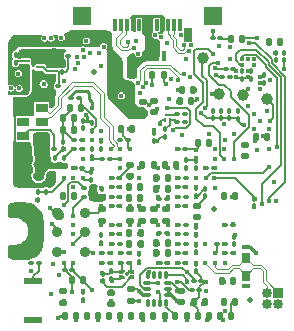
<source format=gbl>
%TF.GenerationSoftware,KiCad,Pcbnew,9.0.1*%
%TF.CreationDate,2025-05-16T18:32:17-04:00*%
%TF.ProjectId,Expansion_Card_Retrofit,45787061-6e73-4696-9f6e-5f436172645f,X1*%
%TF.SameCoordinates,Original*%
%TF.FileFunction,Copper,L8,Bot*%
%TF.FilePolarity,Positive*%
%FSLAX45Y45*%
G04 Gerber Fmt 4.5, Leading zero omitted, Abs format (unit mm)*
G04 Created by KiCad (PCBNEW 9.0.1) date 2025-05-16 18:32:17*
%MOMM*%
%LPD*%
G01*
G04 APERTURE LIST*
G04 Aperture macros list*
%AMRoundRect*
0 Rectangle with rounded corners*
0 $1 Rounding radius*
0 $2 $3 $4 $5 $6 $7 $8 $9 X,Y pos of 4 corners*
0 Add a 4 corners polygon primitive as box body*
4,1,4,$2,$3,$4,$5,$6,$7,$8,$9,$2,$3,0*
0 Add four circle primitives for the rounded corners*
1,1,$1+$1,$2,$3*
1,1,$1+$1,$4,$5*
1,1,$1+$1,$6,$7*
1,1,$1+$1,$8,$9*
0 Add four rect primitives between the rounded corners*
20,1,$1+$1,$2,$3,$4,$5,0*
20,1,$1+$1,$4,$5,$6,$7,0*
20,1,$1+$1,$6,$7,$8,$9,0*
20,1,$1+$1,$8,$9,$2,$3,0*%
%AMHorizOval*
0 Thick line with rounded ends*
0 $1 width*
0 $2 $3 position (X,Y) of the first rounded end (center of the circle)*
0 $4 $5 position (X,Y) of the second rounded end (center of the circle)*
0 Add line between two ends*
20,1,$1,$2,$3,$4,$5,0*
0 Add two circle primitives to create the rounded ends*
1,1,$1,$2,$3*
1,1,$1,$4,$5*%
%AMFreePoly0*
4,1,12,0.260000,-0.029000,0.260000,-0.160000,-0.160000,-0.160000,-0.210000,-0.147000,-0.247000,-0.110000,-0.260000,-0.060000,-0.260000,0.060000,-0.247000,0.110000,-0.210000,0.147000,-0.160000,0.160000,0.071000,0.160000,0.260000,-0.029000,0.260000,-0.029000,$1*%
%AMFreePoly1*
4,1,12,0.260000,0.029000,0.071000,-0.160000,-0.160000,-0.160000,-0.210000,-0.147000,-0.247000,-0.110000,-0.260000,-0.060000,-0.260000,0.060000,-0.247000,0.110000,-0.210000,0.147000,-0.160000,0.160000,0.260000,0.160000,0.260000,0.029000,0.260000,0.029000,$1*%
%AMFreePoly2*
4,1,12,0.210000,0.147000,0.247000,0.110000,0.260000,0.060000,0.260000,-0.060000,0.247000,-0.110000,0.210000,-0.147000,0.160000,-0.160000,-0.071000,-0.160000,-0.260000,0.029000,-0.260000,0.160000,0.160000,0.160000,0.210000,0.147000,0.210000,0.147000,$1*%
%AMFreePoly3*
4,1,12,0.210000,0.147000,0.247000,0.110000,0.260000,0.060000,0.260000,-0.060000,0.247000,-0.110000,0.210000,-0.147000,0.160000,-0.160000,-0.260000,-0.160000,-0.260000,-0.029000,-0.071000,0.160000,0.160000,0.160000,0.210000,0.147000,0.210000,0.147000,$1*%
G04 Aperture macros list end*
%TA.AperFunction,SMDPad,CuDef*%
%ADD10RoundRect,0.100000X0.100000X-0.130000X0.100000X0.130000X-0.100000X0.130000X-0.100000X-0.130000X0*%
%TD*%
%TA.AperFunction,SMDPad,CuDef*%
%ADD11R,0.380000X1.000000*%
%TD*%
%TA.AperFunction,SMDPad,CuDef*%
%ADD12R,0.700000X1.150000*%
%TD*%
%TA.AperFunction,ComponentPad*%
%ADD13R,0.850000X0.850000*%
%TD*%
%TA.AperFunction,ComponentPad*%
%ADD14O,0.850000X0.850000*%
%TD*%
%TA.AperFunction,SMDPad,CuDef*%
%ADD15R,1.500000X1.500000*%
%TD*%
%TA.AperFunction,SMDPad,CuDef*%
%ADD16RoundRect,0.100000X-0.100000X0.130000X-0.100000X-0.130000X0.100000X-0.130000X0.100000X0.130000X0*%
%TD*%
%TA.AperFunction,SMDPad,CuDef*%
%ADD17RoundRect,0.140000X-0.140000X-0.170000X0.140000X-0.170000X0.140000X0.170000X-0.140000X0.170000X0*%
%TD*%
%TA.AperFunction,SMDPad,CuDef*%
%ADD18RoundRect,0.100000X-0.130000X-0.100000X0.130000X-0.100000X0.130000X0.100000X-0.130000X0.100000X0*%
%TD*%
%TA.AperFunction,SMDPad,CuDef*%
%ADD19RoundRect,0.100000X0.130000X0.100000X-0.130000X0.100000X-0.130000X-0.100000X0.130000X-0.100000X0*%
%TD*%
%TA.AperFunction,SMDPad,CuDef*%
%ADD20RoundRect,0.147500X0.147500X0.172500X-0.147500X0.172500X-0.147500X-0.172500X0.147500X-0.172500X0*%
%TD*%
%TA.AperFunction,SMDPad,CuDef*%
%ADD21C,0.910000*%
%TD*%
%TA.AperFunction,SMDPad,CuDef*%
%ADD22HorizOval,0.910000X-0.100000X0.100000X0.100000X-0.100000X0*%
%TD*%
%TA.AperFunction,SMDPad,CuDef*%
%ADD23RoundRect,0.140000X0.140000X0.170000X-0.140000X0.170000X-0.140000X-0.170000X0.140000X-0.170000X0*%
%TD*%
%TA.AperFunction,SMDPad,CuDef*%
%ADD24R,1.000000X0.700000*%
%TD*%
%TA.AperFunction,SMDPad,CuDef*%
%ADD25RoundRect,0.140000X-0.170000X0.140000X-0.170000X-0.140000X0.170000X-0.140000X0.170000X0.140000X0*%
%TD*%
%TA.AperFunction,SMDPad,CuDef*%
%ADD26R,0.650001X0.249999*%
%TD*%
%TA.AperFunction,SMDPad,CuDef*%
%ADD27RoundRect,0.140000X0.170000X-0.140000X0.170000X0.140000X-0.170000X0.140000X-0.170000X-0.140000X0*%
%TD*%
%TA.AperFunction,SMDPad,CuDef*%
%ADD28C,0.500000*%
%TD*%
%TA.AperFunction,SMDPad,CuDef*%
%ADD29RoundRect,0.075000X-0.275000X0.390000X-0.275000X-0.390000X0.275000X-0.390000X0.275000X0.390000X0*%
%TD*%
%TA.AperFunction,SMDPad,CuDef*%
%ADD30RoundRect,0.075000X-0.275000X0.075000X-0.275000X-0.075000X0.275000X-0.075000X0.275000X0.075000X0*%
%TD*%
%TA.AperFunction,SMDPad,CuDef*%
%ADD31RoundRect,0.100000X0.025000X-0.075000X0.025000X0.075000X-0.025000X0.075000X-0.025000X-0.075000X0*%
%TD*%
%TA.AperFunction,SMDPad,CuDef*%
%ADD32RoundRect,0.100000X0.200000X-0.025000X0.200000X0.025000X-0.200000X0.025000X-0.200000X-0.025000X0*%
%TD*%
%TA.AperFunction,SMDPad,CuDef*%
%ADD33R,1.500000X0.550000*%
%TD*%
%TA.AperFunction,SMDPad,CuDef*%
%ADD34FreePoly0,180.000000*%
%TD*%
%TA.AperFunction,SMDPad,CuDef*%
%ADD35FreePoly1,180.000000*%
%TD*%
%TA.AperFunction,SMDPad,CuDef*%
%ADD36RoundRect,0.100000X0.106066X0.000000X0.000000X0.106066X-0.106066X0.000000X0.000000X-0.106066X0*%
%TD*%
%TA.AperFunction,SMDPad,CuDef*%
%ADD37FreePoly2,180.000000*%
%TD*%
%TA.AperFunction,SMDPad,CuDef*%
%ADD38FreePoly3,180.000000*%
%TD*%
%TA.AperFunction,SMDPad,CuDef*%
%ADD39RoundRect,0.147500X-0.147500X-0.172500X0.147500X-0.172500X0.147500X0.172500X-0.147500X0.172500X0*%
%TD*%
%TA.AperFunction,SMDPad,CuDef*%
%ADD40RoundRect,0.225000X-0.225000X-0.250000X0.225000X-0.250000X0.225000X0.250000X-0.225000X0.250000X0*%
%TD*%
%TA.AperFunction,SMDPad,CuDef*%
%ADD41C,1.000000*%
%TD*%
%TA.AperFunction,SMDPad,CuDef*%
%ADD42RoundRect,0.075000X0.275000X-0.390000X0.275000X0.390000X-0.275000X0.390000X-0.275000X-0.390000X0*%
%TD*%
%TA.AperFunction,SMDPad,CuDef*%
%ADD43RoundRect,0.075000X0.275000X-0.075000X0.275000X0.075000X-0.275000X0.075000X-0.275000X-0.075000X0*%
%TD*%
%TA.AperFunction,SMDPad,CuDef*%
%ADD44RoundRect,0.087500X-0.087500X0.225000X-0.087500X-0.225000X0.087500X-0.225000X0.087500X0.225000X0*%
%TD*%
%TA.AperFunction,SMDPad,CuDef*%
%ADD45RoundRect,0.087500X-0.225000X0.087500X-0.225000X-0.087500X0.225000X-0.087500X0.225000X0.087500X0*%
%TD*%
%TA.AperFunction,SMDPad,CuDef*%
%ADD46RoundRect,0.075000X-0.390000X-0.275000X0.390000X-0.275000X0.390000X0.275000X-0.390000X0.275000X0*%
%TD*%
%TA.AperFunction,SMDPad,CuDef*%
%ADD47RoundRect,0.075000X-0.075000X-0.275000X0.075000X-0.275000X0.075000X0.275000X-0.075000X0.275000X0*%
%TD*%
%TA.AperFunction,ViaPad*%
%ADD48C,0.400000*%
%TD*%
%TA.AperFunction,ViaPad*%
%ADD49C,0.800000*%
%TD*%
%TA.AperFunction,ViaPad*%
%ADD50C,0.500000*%
%TD*%
%TA.AperFunction,Conductor*%
%ADD51C,0.152400*%
%TD*%
%TA.AperFunction,Conductor*%
%ADD52C,0.250000*%
%TD*%
%TA.AperFunction,Conductor*%
%ADD53C,0.090000*%
%TD*%
%TA.AperFunction,Conductor*%
%ADD54C,0.254000*%
%TD*%
G04 APERTURE END LIST*
D10*
%TO.P,R44,2*%
%TO.N,/~{FPGA_RST}*%
X727500Y1500000D03*
%TO.P,R44,1*%
%TO.N,+2V5*%
X727500Y1436000D03*
%TD*%
D11*
%TO.P,P1,B1,GND*%
%TO.N,GND*%
X1475000Y2551000D03*
%TO.P,P1,B2,TX2+*%
%TO.N,/TX2_P*%
X1425000Y2551000D03*
%TO.P,P1,B3,TX2-*%
%TO.N,/TX2_N*%
X1375000Y2551000D03*
%TO.P,P1,B4,VBUS*%
%TO.N,/VBUS_UNPROTECTED*%
X1325000Y2551000D03*
%TO.P,P1,B5,VCONN*%
%TO.N,unconnected-(P1-VCONN-PadB5)*%
X1275000Y2551000D03*
%TO.P,P1,B8,SBU2*%
%TO.N,unconnected-(P1-SBU2-PadB8)*%
X1125000Y2551000D03*
%TO.P,P1,B9,VBUS*%
%TO.N,/VBUS_UNPROTECTED*%
X1075000Y2551000D03*
%TO.P,P1,B10,RX1-*%
%TO.N,/RX1_P*%
X1025000Y2551000D03*
%TO.P,P1,B11,RX1+*%
%TO.N,/RX1_N*%
X975000Y2551000D03*
%TO.P,P1,B12,GND*%
%TO.N,GND*%
X925000Y2551000D03*
D12*
%TO.P,P1,S1,SHIELD*%
%TO.N,Net-(P1-SHIELD)*%
X1542000Y2467000D03*
%TD*%
D13*
%TO.P,J1,1,Pin_1*%
%TO.N,/IO_P*%
X2306000Y285000D03*
D14*
%TO.P,J1,2,Pin_2*%
%TO.N,GND*%
X2306000Y185000D03*
%TO.P,J1,3,Pin_3*%
%TO.N,/IO_N*%
X2206000Y285000D03*
%TO.P,J1,4,Pin_4*%
%TO.N,GND*%
X2206000Y185000D03*
%TD*%
D15*
%TO.P,TP6,1,1*%
%TO.N,GND*%
X645000Y2625000D03*
%TD*%
%TO.P,TP8,1,1*%
%TO.N,GND*%
X1755000Y2625000D03*
%TD*%
D16*
%TO.P,R30,1*%
%TO.N,+2V5*%
X887500Y464500D03*
%TO.P,R30,2*%
%TO.N,/SDA2*%
X887500Y400500D03*
%TD*%
D17*
%TO.P,C20,1*%
%TO.N,+2V5*%
X1844500Y1102500D03*
%TO.P,C20,2*%
%TO.N,GND*%
X1940500Y1102500D03*
%TD*%
D18*
%TO.P,C98,1*%
%TO.N,+1V1*%
X1296000Y790000D03*
%TO.P,C98,2*%
%TO.N,GND*%
X1360000Y790000D03*
%TD*%
D16*
%TO.P,R15,1*%
%TO.N,+2V5*%
X1930000Y759500D03*
%TO.P,R15,2*%
%TO.N,/MCU_SCL*%
X1930000Y695500D03*
%TD*%
D17*
%TO.P,C45,1*%
%TO.N,+2V5*%
X1592000Y205000D03*
%TO.P,C45,2*%
%TO.N,GND*%
X1688000Y205000D03*
%TD*%
D19*
%TO.P,C80,1*%
%TO.N,+2V5*%
X262000Y1505000D03*
%TO.P,C80,2*%
%TO.N,GND*%
X198000Y1505000D03*
%TD*%
D20*
%TO.P,D2,1,K*%
%TO.N,Net-(D2-K)*%
X1718500Y85000D03*
%TO.P,D2,2,A*%
%TO.N,+2V5*%
X1621500Y85000D03*
%TD*%
D10*
%TO.P,C9,1*%
%TO.N,+2V5*%
X1607500Y1338500D03*
%TO.P,C9,2*%
%TO.N,GND*%
X1607500Y1402500D03*
%TD*%
D16*
%TO.P,R36,1*%
%TO.N,Net-(Q1-G)*%
X1347000Y1669000D03*
%TO.P,R36,2*%
%TO.N,+2V5*%
X1347000Y1605000D03*
%TD*%
D10*
%TO.P,C25,1*%
%TO.N,+2V5*%
X1607500Y626000D03*
%TO.P,C25,2*%
%TO.N,GND*%
X1607500Y690000D03*
%TD*%
D21*
%TO.P,MK1,1,GND*%
%TO.N,GND*%
X667000Y960000D03*
%TO.P,MK1,2,LR*%
%TO.N,/MIC_LR*%
X667000Y795000D03*
%TO.P,MK1,3,GND*%
%TO.N,GND*%
X667000Y630000D03*
%TO.P,MK1,4,CLK*%
%TO.N,/MIC_CLK*%
X433000Y630000D03*
%TO.P,MK1,5,DOUT*%
%TO.N,Net-(JP1-A)*%
X433000Y795000D03*
D22*
%TO.P,MK1,6,VDD*%
%TO.N,+2V5*%
X443000Y950000D03*
%TD*%
D23*
%TO.P,C1,1*%
%TO.N,+2V5*%
X2319000Y2404000D03*
%TO.P,C1,2*%
%TO.N,GND*%
X2223000Y2404000D03*
%TD*%
%TO.P,C75,1*%
%TO.N,+1V1*%
X1137000Y1086000D03*
%TO.P,C75,2*%
%TO.N,GND*%
X1041000Y1086000D03*
%TD*%
D10*
%TO.P,C83,1*%
%TO.N,+1V1*%
X807500Y1505500D03*
%TO.P,C83,2*%
%TO.N,GND*%
X807500Y1569500D03*
%TD*%
D16*
%TO.P,R29,1*%
%TO.N,GND*%
X486000Y1564000D03*
%TO.P,R29,2*%
%TO.N,Net-(R21-Pad2)*%
X486000Y1500000D03*
%TD*%
D17*
%TO.P,C72,1*%
%TO.N,+1V1*%
X1042000Y790000D03*
%TO.P,C72,2*%
%TO.N,GND*%
X1138000Y790000D03*
%TD*%
D10*
%TO.P,C56,1*%
%TO.N,+2V5*%
X1525000Y1340500D03*
%TO.P,C56,2*%
%TO.N,GND*%
X1525000Y1404500D03*
%TD*%
D24*
%TO.P,Y1,1,ENABLE/DISABLE*%
%TO.N,Net-(Y1-ENABLE{slash}DISABLE)*%
X140000Y1610000D03*
%TO.P,Y1,2,NC*%
%TO.N,unconnected-(Y1-NC-Pad2)*%
X140000Y1730000D03*
%TO.P,Y1,3,GND*%
%TO.N,GND*%
X140000Y1850000D03*
%TO.P,Y1,4,CLK+*%
%TO.N,/SER_CLK_P*%
X300000Y1850000D03*
%TO.P,Y1,5,CLK-*%
%TO.N,/SER_CLK_N*%
X300000Y1730000D03*
%TO.P,Y1,6,VDD*%
%TO.N,+2V5*%
X300000Y1610000D03*
%TD*%
D20*
%TO.P,D12,1,K*%
%TO.N,/K4*%
X780000Y85000D03*
%TO.P,D12,2,A*%
%TO.N,+2V5*%
X683000Y85000D03*
%TD*%
D10*
%TO.P,C53,1*%
%TO.N,+2V5*%
X648000Y226000D03*
%TO.P,C53,2*%
%TO.N,GND*%
X648000Y290000D03*
%TD*%
D18*
%TO.P,R42,1*%
%TO.N,+2V5*%
X343000Y1505000D03*
%TO.P,R42,2*%
%TO.N,Net-(Y1-ENABLE{slash}DISABLE)*%
X407000Y1505000D03*
%TD*%
D23*
%TO.P,C65,1*%
%TO.N,+1V1*%
X575500Y1760000D03*
%TO.P,C65,2*%
%TO.N,GND*%
X479500Y1760000D03*
%TD*%
D17*
%TO.P,C106,1*%
%TO.N,VBUS*%
X172000Y2007000D03*
%TO.P,C106,2*%
%TO.N,GND*%
X268000Y2007000D03*
%TD*%
D19*
%TO.P,C67,1*%
%TO.N,+1V1*%
X644500Y1337500D03*
%TO.P,C67,2*%
%TO.N,GND*%
X580500Y1337500D03*
%TD*%
D18*
%TO.P,C84,1*%
%TO.N,+1V1*%
X895500Y1177500D03*
%TO.P,C84,2*%
%TO.N,GND*%
X959500Y1177500D03*
%TD*%
D25*
%TO.P,C36,1*%
%TO.N,+2V5*%
X890000Y283000D03*
%TO.P,C36,2*%
%TO.N,GND*%
X890000Y187000D03*
%TD*%
D19*
%TO.P,C49,1*%
%TO.N,+2V5*%
X562000Y475000D03*
%TO.P,C49,2*%
%TO.N,GND*%
X498000Y475000D03*
%TD*%
D26*
%TO.P,U11,1,VIN*%
%TO.N,VBUS*%
X165000Y2092500D03*
%TO.P,U11,2,VIN*%
X165000Y2142500D03*
%TO.P,U11,3,EN*%
X165000Y2192500D03*
%TO.P,U11,4,PG*%
%TO.N,/power_supply/PG_1V1*%
X165000Y2242500D03*
%TO.P,U11,5,VOUT*%
%TO.N,+1V1*%
X165000Y2292500D03*
%TO.P,U11,6,VOUT*%
X290000Y2292500D03*
%TO.P,U11,7,VOUT*%
X290000Y2242500D03*
%TO.P,U11,8,FB*%
%TO.N,Net-(U11-FB)*%
X290000Y2192500D03*
%TO.P,U11,9,GND*%
%TO.N,GND*%
X290000Y2142500D03*
%TO.P,U11,10,GND*%
X290000Y2092500D03*
%TD*%
D16*
%TO.P,R52,1*%
%TO.N,+1V1*%
X80000Y2297000D03*
%TO.P,R52,2*%
%TO.N,/power_supply/PG_1V1*%
X80000Y2233000D03*
%TD*%
D27*
%TO.P,C10,1*%
%TO.N,+2V5*%
X2022000Y1440000D03*
%TO.P,C10,2*%
%TO.N,GND*%
X2022000Y1536000D03*
%TD*%
D16*
%TO.P,R27,1*%
%TO.N,GND*%
X340000Y1202500D03*
%TO.P,R27,2*%
%TO.N,Net-(R22-Pad2)*%
X340000Y1138500D03*
%TD*%
D10*
%TO.P,C48,1*%
%TO.N,+2V5*%
X808000Y1096000D03*
%TO.P,C48,2*%
%TO.N,GND*%
X808000Y1160000D03*
%TD*%
%TO.P,C50,1*%
%TO.N,+2V5*%
X807000Y707000D03*
%TO.P,C50,2*%
%TO.N,GND*%
X807000Y771000D03*
%TD*%
D16*
%TO.P,R11,1*%
%TO.N,/CFG_MD1{slash}IO_WA_B0*%
X1820000Y1824167D03*
%TO.P,R11,2*%
%TO.N,GND*%
X1820000Y1760167D03*
%TD*%
D19*
%TO.P,R19,1*%
%TO.N,Net-(U3A-GND{slash}SER_TX1_P)*%
X642000Y1577500D03*
%TO.P,R19,2*%
%TO.N,GND*%
X578000Y1577500D03*
%TD*%
%TO.P,R24,1*%
%TO.N,+2V5*%
X1637000Y310000D03*
%TO.P,R24,2*%
%TO.N,/SDA0*%
X1573000Y310000D03*
%TD*%
D10*
%TO.P,R46,1*%
%TO.N,Net-(U3H-POR_ADJ)*%
X727500Y1655500D03*
%TO.P,R46,2*%
%TO.N,GND*%
X727500Y1719500D03*
%TD*%
D18*
%TO.P,C87,1*%
%TO.N,+1V1*%
X1455000Y778000D03*
%TO.P,C87,2*%
%TO.N,GND*%
X1519000Y778000D03*
%TD*%
D25*
%TO.P,C54,1*%
%TO.N,+2V5*%
X485000Y295500D03*
%TO.P,C54,2*%
%TO.N,GND*%
X485000Y199500D03*
%TD*%
D19*
%TO.P,C90,1*%
%TO.N,+1V1*%
X1519000Y698000D03*
%TO.P,C90,2*%
%TO.N,GND*%
X1455000Y698000D03*
%TD*%
D28*
%TO.P,FID1,*%
%TO.N,*%
X1759000Y996000D03*
%TD*%
D29*
%TO.P,D5,1,K*%
%TO.N,/IO_N*%
X2031000Y429500D03*
D30*
%TO.P,D5,2,A*%
%TO.N,GND*%
X2031000Y341000D03*
%TD*%
D23*
%TO.P,C81,1*%
%TO.N,+2V5*%
X295500Y1420000D03*
%TO.P,C81,2*%
%TO.N,GND*%
X199500Y1420000D03*
%TD*%
D17*
%TO.P,C30,1*%
%TO.N,+2V5*%
X1471000Y1911000D03*
%TO.P,C30,2*%
%TO.N,GND*%
X1567000Y1911000D03*
%TD*%
D18*
%TO.P,C91,1*%
%TO.N,+1V1*%
X1454500Y1178000D03*
%TO.P,C91,2*%
%TO.N,GND*%
X1518500Y1178000D03*
%TD*%
%TO.P,C105,1*%
%TO.N,+1V1*%
X463000Y2292500D03*
%TO.P,C105,2*%
%TO.N,Net-(U11-FB)*%
X527000Y2292500D03*
%TD*%
D17*
%TO.P,C27,1*%
%TO.N,+2V5*%
X1826000Y381000D03*
%TO.P,C27,2*%
%TO.N,GND*%
X1922000Y381000D03*
%TD*%
D18*
%TO.P,C33,1*%
%TO.N,+2V5*%
X815500Y1417500D03*
%TO.P,C33,2*%
%TO.N,GND*%
X879500Y1417500D03*
%TD*%
D31*
%TO.P,Q1,1,G*%
%TO.N,Net-(Q1-G)*%
X1384500Y1745500D03*
%TO.P,Q1,2,S*%
%TO.N,+3V3*%
X1349500Y1745500D03*
D32*
%TO.P,Q1,3,D*%
%TO.N,Net-(Q1-D)*%
X1367000Y1785500D03*
%TD*%
D17*
%TO.P,C28,1*%
%TO.N,+2V5*%
X1844000Y205000D03*
%TO.P,C28,2*%
%TO.N,GND*%
X1940000Y205000D03*
%TD*%
%TO.P,C15,1*%
%TO.N,+2V5*%
X2116000Y1601000D03*
%TO.P,C15,2*%
%TO.N,GND*%
X2212000Y1601000D03*
%TD*%
D19*
%TO.P,C66,1*%
%TO.N,+1V1*%
X639500Y1497500D03*
%TO.P,C66,2*%
%TO.N,GND*%
X575500Y1497500D03*
%TD*%
D33*
%TO.P,SW2,1,1*%
%TO.N,GND*%
X232000Y55000D03*
%TO.P,SW2,2,2*%
%TO.N,/~{FPGA_RST}*%
X232000Y380000D03*
%TD*%
D10*
%TO.P,R21,1*%
%TO.N,+2V5*%
X415000Y1360000D03*
%TO.P,R21,2*%
%TO.N,Net-(R21-Pad2)*%
X415000Y1424000D03*
%TD*%
D18*
%TO.P,C63,1*%
%TO.N,+1V1*%
X968000Y1577500D03*
%TO.P,C63,2*%
%TO.N,GND*%
X1032000Y1577500D03*
%TD*%
D19*
%TO.P,C85,1*%
%TO.N,+1V1*%
X1519000Y1258000D03*
%TO.P,C85,2*%
%TO.N,GND*%
X1455000Y1258000D03*
%TD*%
D27*
%TO.P,C101,1*%
%TO.N,VBUS*%
X1159000Y1800000D03*
%TO.P,C101,2*%
%TO.N,GND*%
X1159000Y1896000D03*
%TD*%
D18*
%TO.P,C22,1*%
%TO.N,+2V5*%
X1853000Y857500D03*
%TO.P,C22,2*%
%TO.N,GND*%
X1917000Y857500D03*
%TD*%
D23*
%TO.P,C46,1*%
%TO.N,+2V5*%
X574000Y1102000D03*
%TO.P,C46,2*%
%TO.N,GND*%
X478000Y1102000D03*
%TD*%
D25*
%TO.P,C37,1*%
%TO.N,+2V5*%
X1060000Y313000D03*
%TO.P,C37,2*%
%TO.N,GND*%
X1060000Y217000D03*
%TD*%
D18*
%TO.P,C92,1*%
%TO.N,+1V1*%
X895000Y1018000D03*
%TO.P,C92,2*%
%TO.N,GND*%
X959000Y1018000D03*
%TD*%
D10*
%TO.P,C8,1*%
%TO.N,+2V5*%
X1682500Y1100500D03*
%TO.P,C8,2*%
%TO.N,GND*%
X1682500Y1164500D03*
%TD*%
D19*
%TO.P,R25,1*%
%TO.N,+2V5*%
X1652000Y385000D03*
%TO.P,R25,2*%
%TO.N,/SCL0*%
X1588000Y385000D03*
%TD*%
%TO.P,C93,1*%
%TO.N,+1V1*%
X960000Y858000D03*
%TO.P,C93,2*%
%TO.N,GND*%
X896000Y858000D03*
%TD*%
D20*
%TO.P,D9,1,K*%
%TO.N,/K1*%
X1342250Y85000D03*
%TO.P,D9,2,A*%
%TO.N,+2V5*%
X1245250Y85000D03*
%TD*%
D18*
%TO.P,R43,1*%
%TO.N,+2V5*%
X553500Y1937500D03*
%TO.P,R43,2*%
%TO.N,Net-(U3H-POR_ADJ)*%
X617500Y1937500D03*
%TD*%
%TO.P,C89,1*%
%TO.N,+1V1*%
X896000Y779000D03*
%TO.P,C89,2*%
%TO.N,GND*%
X960000Y779000D03*
%TD*%
D19*
%TO.P,C7,1*%
%TO.N,+2V5*%
X1757000Y1337500D03*
%TO.P,C7,2*%
%TO.N,GND*%
X1693000Y1337500D03*
%TD*%
D27*
%TO.P,C100,1*%
%TO.N,+3V3*%
X1253000Y1816000D03*
%TO.P,C100,2*%
%TO.N,GND*%
X1253000Y1912000D03*
%TD*%
D18*
%TO.P,R16,1*%
%TO.N,+2V5*%
X1785500Y697500D03*
%TO.P,R16,2*%
%TO.N,/MCU_SDA*%
X1849500Y697500D03*
%TD*%
D25*
%TO.P,C76,1*%
%TO.N,+1V1*%
X1253000Y991000D03*
%TO.P,C76,2*%
%TO.N,GND*%
X1253000Y895000D03*
%TD*%
D34*
%TO.P,U7,1,GND*%
%TO.N,GND*%
X1059000Y463000D03*
D35*
%TO.P,U7,2,SCL*%
%TO.N,/SCL2*%
X1059000Y415000D03*
D36*
%TO.P,U7,3,ADD0*%
%TO.N,GND*%
X1020000Y439000D03*
D37*
%TO.P,U7,4,SDA*%
%TO.N,/SDA2*%
X981000Y415000D03*
D38*
%TO.P,U7,5,V+*%
%TO.N,+2V5*%
X981000Y463000D03*
%TD*%
D27*
%TO.P,C31,1*%
%TO.N,+2V5*%
X1050000Y1271500D03*
%TO.P,C31,2*%
%TO.N,GND*%
X1050000Y1367500D03*
%TD*%
D39*
%TO.P,D7,1,K*%
%TO.N,Net-(D7-K)*%
X1901500Y2435000D03*
%TO.P,D7,2,A*%
%TO.N,/~{FPGA_RST}*%
X1998500Y2435000D03*
%TD*%
D18*
%TO.P,R20,1*%
%TO.N,GND*%
X1748000Y2445000D03*
%TO.P,R20,2*%
%TO.N,Net-(D7-K)*%
X1812000Y2445000D03*
%TD*%
D23*
%TO.P,C82,1*%
%TO.N,+2V5*%
X295000Y1327500D03*
%TO.P,C82,2*%
%TO.N,GND*%
X199000Y1327500D03*
%TD*%
D16*
%TO.P,R10,1*%
%TO.N,/CFG_MD0{slash}IO_WA_A0*%
X1750000Y1824167D03*
%TO.P,R10,2*%
%TO.N,GND*%
X1750000Y1760167D03*
%TD*%
%TO.P,R31,1*%
%TO.N,+2V5*%
X817500Y444500D03*
%TO.P,R31,2*%
%TO.N,/SCL2*%
X817500Y380500D03*
%TD*%
D23*
%TO.P,C55,1*%
%TO.N,+2V5*%
X650500Y392500D03*
%TO.P,C55,2*%
%TO.N,GND*%
X554500Y392500D03*
%TD*%
D40*
%TO.P,TH1,1*%
%TO.N,VBUS*%
X913500Y2144000D03*
%TO.P,TH1,2*%
%TO.N,/VBUS_UNPROTECTED*%
X1068500Y2144000D03*
%TD*%
D16*
%TO.P,C6,1*%
%TO.N,+3V3*%
X1998000Y2159000D03*
%TO.P,C6,2*%
%TO.N,GND*%
X1998000Y2095000D03*
%TD*%
D19*
%TO.P,C52,1*%
%TO.N,+2V5*%
X879000Y618000D03*
%TO.P,C52,2*%
%TO.N,GND*%
X815000Y618000D03*
%TD*%
D28*
%TO.P,FID2,*%
%TO.N,*%
X2061000Y221000D03*
%TD*%
D19*
%TO.P,C86,1*%
%TO.N,+1V1*%
X960500Y698000D03*
%TO.P,C86,2*%
%TO.N,GND*%
X896500Y698000D03*
%TD*%
D10*
%TO.P,C24,1*%
%TO.N,+2V5*%
X1607500Y465500D03*
%TO.P,C24,2*%
%TO.N,GND*%
X1607500Y529500D03*
%TD*%
D18*
%TO.P,C51,1*%
%TO.N,+2V5*%
X815000Y539000D03*
%TO.P,C51,2*%
%TO.N,GND*%
X879000Y539000D03*
%TD*%
D27*
%TO.P,C78,1*%
%TO.N,+1V1*%
X1151000Y895000D03*
%TO.P,C78,2*%
%TO.N,GND*%
X1151000Y991000D03*
%TD*%
D41*
%TO.P,TP3,1,1*%
%TO.N,/SWDIO*%
X1800000Y1964000D03*
%TD*%
D16*
%TO.P,C5,1*%
%TO.N,+2V5*%
X2286000Y2317000D03*
%TO.P,C5,2*%
%TO.N,GND*%
X2286000Y2253000D03*
%TD*%
D10*
%TO.P,C39,1*%
%TO.N,+2V5*%
X1127000Y546000D03*
%TO.P,C39,2*%
%TO.N,GND*%
X1127000Y610000D03*
%TD*%
D25*
%TO.P,C79,1*%
%TO.N,+1V1*%
X1051000Y991000D03*
%TO.P,C79,2*%
%TO.N,GND*%
X1051000Y895000D03*
%TD*%
D27*
%TO.P,C77,1*%
%TO.N,+1V1*%
X1358000Y895000D03*
%TO.P,C77,2*%
%TO.N,GND*%
X1358000Y991000D03*
%TD*%
D19*
%TO.P,C3,1*%
%TO.N,+2V5*%
X1925000Y2183000D03*
%TO.P,C3,2*%
%TO.N,GND*%
X1861000Y2183000D03*
%TD*%
D10*
%TO.P,C23,1*%
%TO.N,+2V5*%
X1607500Y773000D03*
%TO.P,C23,2*%
%TO.N,GND*%
X1607500Y837000D03*
%TD*%
D23*
%TO.P,C99,1*%
%TO.N,Net-(U3H-POR_ADJ)*%
X636000Y1852500D03*
%TO.P,C99,2*%
%TO.N,GND*%
X540000Y1852500D03*
%TD*%
D18*
%TO.P,R41,1*%
%TO.N,Net-(Q1-D)*%
X1451000Y1802000D03*
%TO.P,R41,2*%
%TO.N,/2V5_FPGA_USB_DP*%
X1515000Y1802000D03*
%TD*%
D23*
%TO.P,C29,1*%
%TO.N,+3V3*%
X1585000Y2003000D03*
%TO.P,C29,2*%
%TO.N,GND*%
X1489000Y2003000D03*
%TD*%
D25*
%TO.P,C19,1*%
%TO.N,+2V5*%
X1615000Y1018000D03*
%TO.P,C19,2*%
%TO.N,GND*%
X1615000Y922000D03*
%TD*%
D19*
%TO.P,R40,1*%
%TO.N,+2V5*%
X724500Y1092500D03*
%TO.P,R40,2*%
%TO.N,/SDA1*%
X660500Y1092500D03*
%TD*%
D16*
%TO.P,R12,1*%
%TO.N,/CFG_MD2{slash}IO_WA_A1*%
X1890000Y1824167D03*
%TO.P,R12,2*%
%TO.N,GND*%
X1890000Y1760167D03*
%TD*%
D42*
%TO.P,D4,1,K*%
%TO.N,/IO_P*%
X2032000Y582500D03*
D43*
%TO.P,D4,2,A*%
%TO.N,GND*%
X2032000Y671000D03*
%TD*%
D10*
%TO.P,R22,1*%
%TO.N,+2V5*%
X270000Y1070500D03*
%TO.P,R22,2*%
%TO.N,Net-(R22-Pad2)*%
X270000Y1134500D03*
%TD*%
D19*
%TO.P,C43,1*%
%TO.N,+2V5*%
X1518500Y538000D03*
%TO.P,C43,2*%
%TO.N,GND*%
X1454500Y538000D03*
%TD*%
D23*
%TO.P,C70,1*%
%TO.N,+1V1*%
X1367000Y709000D03*
%TO.P,C70,2*%
%TO.N,GND*%
X1271000Y709000D03*
%TD*%
%TO.P,C59,1*%
%TO.N,+2V5*%
X1068000Y1675000D03*
%TO.P,C59,2*%
%TO.N,GND*%
X972000Y1675000D03*
%TD*%
D20*
%TO.P,D11,1,K*%
%TO.N,/K3*%
X967250Y85000D03*
%TO.P,D11,2,A*%
%TO.N,+2V5*%
X870250Y85000D03*
%TD*%
D19*
%TO.P,C97,1*%
%TO.N,+1V1*%
X1359500Y1080000D03*
%TO.P,C97,2*%
%TO.N,GND*%
X1295500Y1080000D03*
%TD*%
D18*
%TO.P,C38,1*%
%TO.N,+2V5*%
X975000Y539000D03*
%TO.P,C38,2*%
%TO.N,GND*%
X1039000Y539000D03*
%TD*%
D44*
%TO.P,U8,1,SDO/SA0*%
%TO.N,+2V5*%
X1205000Y431250D03*
%TO.P,U8,2,SDx*%
%TO.N,unconnected-(U8-SDx-Pad2)*%
X1255000Y431250D03*
%TO.P,U8,3,SCx*%
%TO.N,unconnected-(U8-SCx-Pad3)*%
X1305000Y431250D03*
%TO.P,U8,4,INT1*%
%TO.N,/IMU_INT1*%
X1355000Y431250D03*
D45*
%TO.P,U8,5,VDDIO*%
%TO.N,+2V5*%
X1371250Y365000D03*
%TO.P,U8,6,GND*%
%TO.N,GND*%
X1371250Y315000D03*
%TO.P,U8,7,GND*%
X1371250Y265000D03*
D44*
%TO.P,U8,8,VDD*%
%TO.N,+2V5*%
X1355000Y198750D03*
%TO.P,U8,9,INT2*%
%TO.N,/IMU_INT2*%
X1305000Y198750D03*
%TO.P,U8,10,OCS_AUX*%
%TO.N,unconnected-(U8-OCS_AUX-Pad10)*%
X1255000Y198750D03*
%TO.P,U8,11,SDO_AUX*%
%TO.N,unconnected-(U8-SDO_AUX-Pad11)*%
X1205000Y198750D03*
D45*
%TO.P,U8,12,CS*%
%TO.N,+2V5*%
X1188750Y265000D03*
%TO.P,U8,13,SCL*%
%TO.N,/SCL0*%
X1188750Y315000D03*
%TO.P,U8,14,SDA*%
%TO.N,/SDA0*%
X1188750Y365000D03*
%TD*%
D19*
%TO.P,R39,1*%
%TO.N,+2V5*%
X724500Y1167500D03*
%TO.P,R39,2*%
%TO.N,/SCL1*%
X660500Y1167500D03*
%TD*%
D18*
%TO.P,C57,1*%
%TO.N,+2V5*%
X1453000Y1497500D03*
%TO.P,C57,2*%
%TO.N,GND*%
X1517000Y1497500D03*
%TD*%
D23*
%TO.P,C74,1*%
%TO.N,+1V1*%
X1367000Y1259000D03*
%TO.P,C74,2*%
%TO.N,GND*%
X1271000Y1259000D03*
%TD*%
D18*
%TO.P,C26,1*%
%TO.N,+2V5*%
X1853500Y617500D03*
%TO.P,C26,2*%
%TO.N,GND*%
X1917500Y617500D03*
%TD*%
D19*
%TO.P,R47,1*%
%TO.N,/~{FPGA_RST}*%
X278000Y537000D03*
%TO.P,R47,2*%
%TO.N,GND*%
X214000Y537000D03*
%TD*%
D10*
%TO.P,C58,1*%
%TO.N,+2V5*%
X1252500Y1570500D03*
%TO.P,C58,2*%
%TO.N,GND*%
X1252500Y1634500D03*
%TD*%
D19*
%TO.P,C88,1*%
%TO.N,+1V1*%
X959500Y1098000D03*
%TO.P,C88,2*%
%TO.N,GND*%
X895500Y1098000D03*
%TD*%
D25*
%TO.P,C44,1*%
%TO.N,+2V5*%
X1480000Y303000D03*
%TO.P,C44,2*%
%TO.N,GND*%
X1480000Y207000D03*
%TD*%
D19*
%TO.P,R53,1*%
%TO.N,Net-(U11-FB)*%
X442000Y2035000D03*
%TO.P,R53,2*%
%TO.N,GND*%
X378000Y2035000D03*
%TD*%
D17*
%TO.P,C73,1*%
%TO.N,+1V1*%
X1271000Y617000D03*
%TO.P,C73,2*%
%TO.N,GND*%
X1367000Y617000D03*
%TD*%
%TO.P,C71,1*%
%TO.N,+1V1*%
X1271000Y1167000D03*
%TO.P,C71,2*%
%TO.N,GND*%
X1367000Y1167000D03*
%TD*%
D19*
%TO.P,R38,1*%
%TO.N,/USB_PU*%
X1515000Y1732000D03*
%TO.P,R38,2*%
%TO.N,Net-(Q1-G)*%
X1451000Y1732000D03*
%TD*%
D23*
%TO.P,C64,1*%
%TO.N,+1V1*%
X575500Y1665000D03*
%TO.P,C64,2*%
%TO.N,GND*%
X479500Y1665000D03*
%TD*%
D16*
%TO.P,C2,1*%
%TO.N,+2V5*%
X2185000Y2125000D03*
%TO.P,C2,2*%
%TO.N,GND*%
X2185000Y2061000D03*
%TD*%
D18*
%TO.P,C34,1*%
%TO.N,+2V5*%
X895500Y1257500D03*
%TO.P,C34,2*%
%TO.N,GND*%
X959500Y1257500D03*
%TD*%
D41*
%TO.P,TP4,1,1*%
%TO.N,/SWCLK*%
X1666000Y2274000D03*
%TD*%
D16*
%TO.P,C4,1*%
%TO.N,+2V5*%
X2077000Y2161000D03*
%TO.P,C4,2*%
%TO.N,GND*%
X2077000Y2097000D03*
%TD*%
D20*
%TO.P,D3,1,K*%
%TO.N,GND*%
X1904000Y85000D03*
%TO.P,D3,2,A*%
%TO.N,Net-(D3-A)*%
X1807000Y85000D03*
%TD*%
D41*
%TO.P,TP1,1,1*%
%TO.N,/~{RST}*%
X2205000Y1921000D03*
%TD*%
D28*
%TO.P,FID4,*%
%TO.N,*%
X743000Y2155000D03*
%TD*%
D10*
%TO.P,C35,1*%
%TO.N,+2V5*%
X487500Y1360500D03*
%TO.P,C35,2*%
%TO.N,GND*%
X487500Y1424500D03*
%TD*%
D20*
%TO.P,D8,1,K*%
%TO.N,/K0*%
X1529750Y85000D03*
%TO.P,D8,2,A*%
%TO.N,+2V5*%
X1432750Y85000D03*
%TD*%
D27*
%TO.P,C47,1*%
%TO.N,+2V5*%
X809000Y895000D03*
%TO.P,C47,2*%
%TO.N,GND*%
X809000Y991000D03*
%TD*%
D16*
%TO.P,C21,1*%
%TO.N,+2V5*%
X1607500Y1170000D03*
%TO.P,C21,2*%
%TO.N,GND*%
X1607500Y1106000D03*
%TD*%
%TO.P,R13,1*%
%TO.N,/CFG_MD3{slash}IO_WA_B1*%
X1960000Y1820000D03*
%TO.P,R13,2*%
%TO.N,GND*%
X1960000Y1756000D03*
%TD*%
D10*
%TO.P,R8,1*%
%TO.N,+2V5*%
X2102500Y1015500D03*
%TO.P,R8,2*%
%TO.N,/~{FLASH_CS}*%
X2102500Y1079500D03*
%TD*%
%TO.P,R18,1*%
%TO.N,Net-(U3A-GND{slash}SER_TX1_N)*%
X655000Y1678000D03*
%TO.P,R18,2*%
%TO.N,GND*%
X655000Y1742000D03*
%TD*%
D23*
%TO.P,C69,1*%
%TO.N,+1V1*%
X1138000Y698000D03*
%TO.P,C69,2*%
%TO.N,GND*%
X1042000Y698000D03*
%TD*%
D19*
%TO.P,C41,1*%
%TO.N,+2V5*%
X1363000Y536000D03*
%TO.P,C41,2*%
%TO.N,GND*%
X1299000Y536000D03*
%TD*%
D20*
%TO.P,D13,1,K*%
%TO.N,/K5*%
X592500Y85000D03*
%TO.P,D13,2,A*%
%TO.N,+2V5*%
X495500Y85000D03*
%TD*%
D18*
%TO.P,C42,1*%
%TO.N,+2V5*%
X1454500Y619000D03*
%TO.P,C42,2*%
%TO.N,GND*%
X1518500Y619000D03*
%TD*%
D23*
%TO.P,C12,1*%
%TO.N,+3V3*%
X1335000Y2126000D03*
%TO.P,C12,2*%
%TO.N,GND*%
X1239000Y2126000D03*
%TD*%
D18*
%TO.P,R9,1*%
%TO.N,/CLOCK_SYS*%
X1830000Y2112000D03*
%TO.P,R9,2*%
%TO.N,/RCC_MCO*%
X1894000Y2112000D03*
%TD*%
D17*
%TO.P,C60,1*%
%TO.N,+2V5*%
X1345000Y1367500D03*
%TO.P,C60,2*%
%TO.N,GND*%
X1441000Y1367500D03*
%TD*%
D18*
%TO.P,C95,1*%
%TO.N,+1V1*%
X1454500Y1019000D03*
%TO.P,C95,2*%
%TO.N,GND*%
X1518500Y1019000D03*
%TD*%
D17*
%TO.P,C68,1*%
%TO.N,+1V1*%
X1041000Y1177500D03*
%TO.P,C68,2*%
%TO.N,GND*%
X1137000Y1177500D03*
%TD*%
D16*
%TO.P,R51,1*%
%TO.N,+1V1*%
X470000Y2217000D03*
%TO.P,R51,2*%
%TO.N,Net-(U11-FB)*%
X470000Y2153000D03*
%TD*%
D19*
%TO.P,C40,1*%
%TO.N,+2V5*%
X1039000Y617000D03*
%TO.P,C40,2*%
%TO.N,GND*%
X975000Y617000D03*
%TD*%
%TO.P,C96,1*%
%TO.N,+1V1*%
X1519500Y858000D03*
%TO.P,C96,2*%
%TO.N,GND*%
X1455500Y858000D03*
%TD*%
D23*
%TO.P,C11,1*%
%TO.N,+2V5*%
X1718000Y1549000D03*
%TO.P,C11,2*%
%TO.N,GND*%
X1622000Y1549000D03*
%TD*%
D46*
%TO.P,D1,1,K*%
%TO.N,/VBUS_UNPROTECTED*%
X1252500Y2277000D03*
D47*
%TO.P,D1,2,A*%
%TO.N,GND*%
X1341000Y2277000D03*
%TD*%
D25*
%TO.P,C107,1*%
%TO.N,+1V1*%
X387500Y2210500D03*
%TO.P,C107,2*%
%TO.N,GND*%
X387500Y2114500D03*
%TD*%
D20*
%TO.P,D10,1,K*%
%TO.N,/K2*%
X1154750Y85000D03*
%TO.P,D10,2,A*%
%TO.N,+2V5*%
X1057750Y85000D03*
%TD*%
D41*
%TO.P,TP2,1,1*%
%TO.N,/BOOT0*%
X2009000Y1957000D03*
%TD*%
D17*
%TO.P,C32,1*%
%TO.N,+2V5*%
X1154500Y1367500D03*
%TO.P,C32,2*%
%TO.N,GND*%
X1250500Y1367500D03*
%TD*%
D16*
%TO.P,R45,1*%
%TO.N,+1V1*%
X717000Y1305000D03*
%TO.P,R45,2*%
%TO.N,Net-(U3G-NC{slash}VDD_SER)*%
X717000Y1241000D03*
%TD*%
%TO.P,R4,1*%
%TO.N,+2V5*%
X2357000Y2316000D03*
%TO.P,R4,2*%
%TO.N,/~{RST}*%
X2357000Y2252000D03*
%TD*%
D19*
%TO.P,C94,1*%
%TO.N,+1V1*%
X1519000Y1098000D03*
%TO.P,C94,2*%
%TO.N,GND*%
X1455000Y1098000D03*
%TD*%
D48*
%TO.N,GND*%
X2021000Y1536000D03*
X2222915Y1673731D03*
X2179000Y1608000D03*
X1948000Y2113000D03*
X487000Y1098000D03*
X487000Y1658000D03*
X727000Y1578000D03*
X565000Y782500D03*
X598000Y2281000D03*
X373000Y2035000D03*
X1097000Y2412000D03*
X1155000Y2025000D03*
X887000Y858000D03*
X1287000Y1098000D03*
X2286000Y2253000D03*
D49*
X225000Y705000D03*
D48*
X380000Y2440000D03*
X1927000Y378000D03*
X1287000Y698000D03*
D49*
X75000Y980000D03*
D48*
X967000Y618000D03*
X2148000Y2063000D03*
X799704Y2204783D03*
X1047000Y538000D03*
X1654000Y1804000D03*
X567000Y1498000D03*
X2031000Y341000D03*
D49*
X225000Y905000D03*
D48*
X1367000Y1018000D03*
X887000Y1098000D03*
X1447000Y218000D03*
X1447000Y858000D03*
X1287000Y538000D03*
X1687000Y1338000D03*
X1248749Y1664672D03*
X1604359Y1422742D03*
X1607000Y538000D03*
X569119Y1182301D03*
X967000Y1418000D03*
X887000Y218000D03*
X1047000Y858000D03*
X1447000Y1098000D03*
X1127000Y778000D03*
X1487000Y1618000D03*
X1400000Y2095000D03*
X807000Y1658000D03*
X1927000Y218000D03*
X561151Y292100D03*
D49*
X75000Y630000D03*
D48*
X487000Y538000D03*
X1127000Y1018000D03*
X2117500Y622500D03*
X650000Y2340000D03*
X1852000Y538000D03*
D50*
X1755000Y2625000D03*
D48*
X567000Y1258000D03*
X1564000Y2379500D03*
X887000Y538000D03*
X1127000Y218000D03*
X2047000Y2113000D03*
X807000Y618000D03*
X1607000Y1494000D03*
X1367000Y618000D03*
X925000Y2551000D03*
X1765000Y2184000D03*
X325000Y2440000D03*
X1287000Y858000D03*
X1456000Y2000674D03*
X1250000Y1907000D03*
X1367000Y778000D03*
X967000Y1258000D03*
X1748000Y2502000D03*
X1239041Y2044552D03*
X1447000Y538000D03*
X1524000Y2263000D03*
X1668000Y193000D03*
X1557492Y2111222D03*
X806000Y777000D03*
X1527000Y778000D03*
X887000Y698000D03*
X1367000Y1178000D03*
X1527000Y1018000D03*
X1920000Y865000D03*
X568000Y1338000D03*
X1447000Y698000D03*
X1047000Y1098000D03*
X1127000Y618000D03*
X1915624Y1099191D03*
X1287000Y1258000D03*
X975000Y1952500D03*
X1120000Y2307000D03*
X647000Y298000D03*
X1475000Y2551000D03*
X580000Y2178000D03*
X1610000Y936000D03*
X2288000Y1064000D03*
X1287000Y1338000D03*
X1931600Y1624400D03*
X807000Y1168266D03*
X487000Y218000D03*
D50*
X645000Y2625000D03*
D48*
X1127000Y1178000D03*
X1334780Y2311947D03*
X1607000Y1098000D03*
X232000Y55000D03*
X1047000Y698000D03*
X385000Y1260000D03*
X2223000Y2404000D03*
X1527000Y1178000D03*
X676000Y1789000D03*
X1206000Y1874500D03*
X117120Y1512120D03*
X1927000Y618000D03*
X679207Y2417000D03*
X807000Y1578000D03*
X2268000Y1226000D03*
X1607000Y858000D03*
X1477000Y2468000D03*
X214000Y537000D03*
X827000Y2369000D03*
X736400Y618000D03*
X967000Y1018000D03*
X648000Y1414000D03*
X1447000Y1258000D03*
X1264000Y2467000D03*
X967000Y1178000D03*
X967000Y778000D03*
X197500Y1255000D03*
X807000Y1018000D03*
X1447000Y1338000D03*
X1527000Y618000D03*
X1617666Y1924372D03*
X1047000Y1498000D03*
X2013000Y1702000D03*
X1607000Y698000D03*
%TO.N,VBUS*%
X80000Y2392000D03*
X1159000Y1800000D03*
X38288Y2337862D03*
%TO.N,/SCL1*%
X487222Y1027706D03*
%TO.N,/K0*%
X1529500Y50000D03*
%TO.N,/K1*%
X1342500Y50000D03*
%TO.N,/K2*%
X1155000Y50000D03*
%TO.N,/K3*%
X967500Y50000D03*
%TO.N,/TX2_P*%
X655883Y2280799D03*
X1502251Y2379249D03*
%TO.N,/power_supply/PG_2V5*%
X102500Y2140000D03*
X1135000Y1979000D03*
%TO.N,/TX2_N*%
X1551749Y2329751D03*
X606386Y2231302D03*
%TO.N,+1V1*%
X967000Y698000D03*
X1447000Y778000D03*
X887000Y778000D03*
X807000Y1498000D03*
X1447000Y1178000D03*
X645776Y1334480D03*
X1287000Y778000D03*
X1367000Y858000D03*
X1527000Y1258000D03*
X1047000Y1018000D03*
X647000Y1498000D03*
X1527000Y1098000D03*
X1527000Y698000D03*
X1047000Y1178000D03*
X1367000Y1098000D03*
X1287000Y618000D03*
X1287000Y1178000D03*
X1127000Y858000D03*
X1367000Y698000D03*
X1447000Y1018000D03*
X1367000Y1258000D03*
X1047000Y778000D03*
X725000Y1330000D03*
X887000Y1178000D03*
X200000Y2330000D03*
X1127000Y1258000D03*
X567000Y1658000D03*
X1287000Y1018000D03*
X967000Y1098000D03*
X967000Y1578000D03*
X887000Y1018000D03*
X1127000Y698000D03*
X1527000Y858000D03*
X1127000Y1098000D03*
X967000Y858000D03*
X405336Y2337787D03*
%TO.N,/RX2_P*%
X1360749Y2397251D03*
X784000Y2314000D03*
%TO.N,/RX1_N*%
X1084749Y2360251D03*
%TO.N,Net-(P1-SHIELD)*%
X1542500Y2467500D03*
X466576Y2445544D03*
%TO.N,/RX2_N*%
X714000Y2314000D03*
X1311251Y2446749D03*
%TO.N,+3V3*%
X1998000Y2163000D03*
X1598000Y2005000D03*
X1350000Y2055000D03*
X1303000Y1713000D03*
X1275000Y1838000D03*
%TO.N,/RCC_MCO*%
X1898000Y2113000D03*
%TO.N,/BOOT0*%
X376000Y274000D03*
X2048000Y2013000D03*
%TO.N,/~{RST}*%
X2232000Y1739000D03*
X2357000Y2180000D03*
%TO.N,/TX0*%
X397000Y527000D03*
X1898000Y2367600D03*
%TO.N,/RX0*%
X449002Y433325D03*
X1898000Y2263000D03*
%TO.N,/FPGA_TMS*%
X1765946Y1498659D03*
X2100000Y1795000D03*
%TO.N,+2V5*%
X807000Y698000D03*
X2319000Y2404000D03*
X2097500Y1007500D03*
X1607000Y1018000D03*
X1207694Y459220D03*
X1607000Y1178000D03*
X567000Y855000D03*
X2100000Y1670000D03*
X1050236Y89061D03*
X1447000Y618000D03*
X887000Y298000D03*
X567000Y1098000D03*
X211000Y467000D03*
X317500Y2050000D03*
X1610000Y460000D03*
X647000Y218000D03*
X452000Y1360500D03*
X110000Y2015000D03*
X1767000Y1338000D03*
X295000Y1255000D03*
X2109000Y1573000D03*
X257581Y1073239D03*
X889000Y456000D03*
X2148000Y2113000D03*
X1527000Y538000D03*
X1452000Y1903000D03*
X1127000Y538000D03*
X2275000Y2317000D03*
X487000Y298000D03*
X1450000Y1502500D03*
X1127000Y1338000D03*
X42500Y2017500D03*
X1572000Y193000D03*
X490000Y2075000D03*
X264821Y1491431D03*
X1037549Y1667642D03*
X1047000Y618000D03*
X2013000Y1448000D03*
X1847000Y218000D03*
X2148000Y2013000D03*
X1607000Y618000D03*
X1367000Y1338000D03*
X727470Y1416052D03*
X807000Y538000D03*
X1376136Y1925832D03*
X1527000Y1338000D03*
X1771000Y620000D03*
X567000Y538000D03*
X807000Y1098000D03*
X1427720Y92491D03*
X2152380Y1737204D03*
X1722000Y1561000D03*
X2121750Y1497000D03*
X1607000Y1338000D03*
X437000Y71000D03*
X1847000Y618000D03*
X807000Y858000D03*
X1047000Y1258000D03*
X1607000Y1258000D03*
X1934000Y772000D03*
X1447000Y298000D03*
X887000Y1258000D03*
X1948000Y2163000D03*
X727000Y307734D03*
X1127000Y298000D03*
X1275090Y1566927D03*
X1607000Y778000D03*
X1847000Y858000D03*
X865720Y92156D03*
X674512Y89070D03*
X887000Y618000D03*
X1847000Y378000D03*
X1688516Y378187D03*
X2357000Y2316000D03*
X375000Y1005000D03*
X967000Y538000D03*
X725000Y1852500D03*
X1367000Y538000D03*
X810000Y455000D03*
X2048000Y2163000D03*
X1847500Y1097500D03*
X1240720Y92156D03*
%TO.N,/~{FLASH_CS}*%
X1762368Y1255491D03*
X2098000Y2213000D03*
X2104151Y1076280D03*
%TO.N,/FLASH_S1*%
X2165000Y1035000D03*
X1998000Y2213000D03*
%TO.N,/FLASH_CLK*%
X1691000Y1255934D03*
X2098000Y2263000D03*
X2222000Y1350000D03*
%TO.N,/FLASH_S2*%
X2230000Y1060000D03*
X2056877Y2401000D03*
%TO.N,/FLASH_S3*%
X2048000Y2263000D03*
X2226000Y1505000D03*
%TO.N,/SER_CLK_P*%
X967000Y1498000D03*
%TO.N,/SER_CLK_N*%
X887000Y1498000D03*
%TO.N,/RX1_P*%
X1035251Y2409749D03*
%TO.N,/power_supply/PG_1V1*%
X80000Y2237000D03*
%TO.N,/FLASH_S0*%
X2292000Y1522000D03*
X1998000Y2263000D03*
%TO.N,/K4*%
X779500Y50000D03*
%TO.N,/CFG_MD2{slash}IO_WA_A1*%
X1890000Y1824167D03*
%TO.N,/CFG_MD3{slash}IO_WA_B1*%
X1960000Y1824167D03*
%TO.N,/IO_N*%
X1687000Y538000D03*
%TO.N,/IO_P*%
X1767000Y538000D03*
%TO.N,/D_EN*%
X1359000Y1848000D03*
X1409000Y1661000D03*
%TO.N,/SDA0*%
X1444880Y375880D03*
X1288837Y370552D03*
%TO.N,/SCL0*%
X1530000Y458000D03*
%TO.N,/IMU_INT2*%
X1288000Y292000D03*
%TO.N,/IMU_INT1*%
X1535000Y378203D03*
%TO.N,/MIC_CLK*%
X487500Y627500D03*
%TO.N,Net-(JP1-A)*%
X390000Y865000D03*
%TO.N,/MIC_LR*%
X568000Y697000D03*
%TO.N,/SDA1*%
X568998Y930494D03*
%TO.N,/SDA2*%
X895000Y380000D03*
%TO.N,/SCL2*%
X812000Y380000D03*
%TO.N,/K5*%
X592000Y50000D03*
%TO.N,/VBUS_UNPROTECTED*%
X1075000Y2551000D03*
X1049615Y2138924D03*
X1325000Y2551000D03*
%TO.N,/CLOCK_SYS*%
X967000Y1338000D03*
X1781000Y2132000D03*
%TO.N,/FPGA_USB_DP*%
X1453251Y2084251D03*
X1187000Y2063472D03*
%TO.N,/FPGA_USB_DN*%
X1117000Y2063472D03*
X1502749Y2133749D03*
%TO.N,/SWCLK*%
X1687500Y1852500D03*
%TO.N,/~{FPGA_RST}*%
X277000Y537000D03*
X728000Y1498000D03*
X2124000Y2444000D03*
%TO.N,/2V5_FPGA_USB_DP*%
X1516000Y1802000D03*
%TO.N,/FPGA_TCK*%
X2048053Y1862255D03*
X1766684Y1415904D03*
%TO.N,/FPGA_TDI*%
X2210000Y1827000D03*
X1849000Y1498000D03*
%TO.N,/FPGA_TDO*%
X1853000Y1579000D03*
X2233380Y2089158D03*
%TO.N,/SWDIO*%
X1741000Y1964000D03*
%TO.N,/CFG_MD0{slash}IO_WA_A0*%
X1750000Y1825000D03*
%TO.N,/CFG_MD1{slash}IO_WA_B0*%
X1820000Y1824167D03*
%TO.N,/USB_PU*%
X1514000Y1732000D03*
X1800500Y2370500D03*
%TO.N,/MCU_SCL*%
X1930000Y696000D03*
X1849000Y1416000D03*
X1750000Y2305000D03*
%TO.N,/MCU_SDA*%
X1797691Y2232258D03*
X1848000Y697000D03*
X1932000Y1417000D03*
%TO.N,Net-(U3H-POR_ADJ)*%
X728000Y1657000D03*
%TO.N,Net-(D2-K)*%
X1702000Y50000D03*
%TO.N,Net-(D3-A)*%
X1840000Y50000D03*
%TO.N,Net-(U3B-IO_WA_A2{slash}~{CFG_FAILED})*%
X1690000Y297500D03*
X1848285Y1709185D03*
X1687500Y700000D03*
X1766000Y1175000D03*
%TO.N,Net-(U3B-IO_WA_B2{slash}CFG_DONE)*%
X1722101Y1625306D03*
X1855500Y132007D03*
%TO.N,Net-(U3A-GND{slash}SER_TX1_N)*%
X655000Y1676000D03*
%TO.N,Net-(U3A-GND{slash}SER_TX1_P)*%
X647000Y1578000D03*
%TO.N,Net-(R21-Pad2)*%
X487000Y1498000D03*
%TO.N,Net-(R22-Pad2)*%
X487000Y1258000D03*
%TO.N,Net-(U3G-NC{slash}VDD_SER)*%
X647000Y1255000D03*
%TD*%
D51*
%TO.N,GND*%
X199000Y1256500D02*
X197500Y1255000D01*
X972000Y1675000D02*
X982720Y1685720D01*
X731347Y630000D02*
X736400Y624947D01*
X72120Y1557120D02*
X72120Y1782880D01*
D52*
X2069000Y671000D02*
X2117500Y622500D01*
D51*
X540000Y1852500D02*
X540000Y1820500D01*
X567000Y1577500D02*
X479500Y1665000D01*
X990000Y1615220D02*
X990000Y1657000D01*
X1184500Y1896000D02*
X1206000Y1874500D01*
X139240Y1850000D02*
X140000Y1850000D01*
X992759Y1615220D02*
X990000Y1615220D01*
X479500Y1665500D02*
X487000Y1658000D01*
X1217500Y1874500D02*
X1250000Y1907000D01*
X1604294Y1911000D02*
X1617666Y1924372D01*
X1206000Y1874500D02*
X1217500Y1874500D01*
X1032000Y1513000D02*
X1047000Y1498000D01*
D52*
X685000Y1780000D02*
X676000Y1789000D01*
D51*
X215000Y1488000D02*
X215000Y1435500D01*
X879500Y1417500D02*
X966500Y1417500D01*
X219500Y1202500D02*
X197500Y1224500D01*
D52*
X1371250Y265000D02*
X1400000Y265000D01*
D51*
X385000Y1247500D02*
X385000Y1260000D01*
X493500Y1424500D02*
X567000Y1498000D01*
X340000Y1202500D02*
X385000Y1247500D01*
X1027500Y1577500D02*
X1008720Y1596280D01*
X1998000Y2099000D02*
X2070000Y2099000D01*
X140000Y1850000D02*
X268000Y1978000D01*
X1059000Y463000D02*
X1059000Y526000D01*
X1697833Y1760167D02*
X1654000Y1804000D01*
X1517000Y1497500D02*
X1605083Y1497500D01*
X340000Y1202500D02*
X219500Y1202500D01*
X578000Y1577500D02*
X567000Y1577500D01*
X1904000Y85000D02*
X1904000Y195000D01*
X487000Y1658000D02*
X486000Y1657000D01*
X1960000Y1737167D02*
X1995167Y1702000D01*
X667000Y630000D02*
X731347Y630000D01*
X1962000Y2099000D02*
X1948000Y2113000D01*
D52*
X2032000Y671000D02*
X2069000Y671000D01*
D51*
X479500Y1760000D02*
X479500Y1665500D01*
X778000Y960000D02*
X809000Y991000D01*
D52*
X685000Y1742000D02*
X685000Y1780000D01*
D51*
X1032000Y1577500D02*
X1027500Y1577500D01*
X645000Y2561000D02*
X645000Y2625000D01*
X72120Y1782880D02*
X139240Y1850000D01*
X1032000Y1577500D02*
X1032000Y1513000D01*
X1621000Y1106000D02*
X1607500Y1106000D01*
X199500Y1420000D02*
X199500Y1328000D01*
X1622000Y1549000D02*
X1622000Y1509000D01*
X215000Y1435500D02*
X199500Y1420000D01*
X1252500Y1634500D02*
X1252500Y1660921D01*
X1050000Y1348000D02*
X959500Y1257500D01*
X124240Y1505000D02*
X117120Y1512120D01*
X1750000Y1760167D02*
X1960000Y1760167D01*
X140000Y1850000D02*
X140000Y1849793D01*
X1008720Y1596280D02*
X1008720Y1599259D01*
X1607500Y1402500D02*
X1604359Y1405641D01*
X1059000Y526000D02*
X1047000Y538000D01*
X1126000Y217000D02*
X1127000Y218000D01*
D52*
X685000Y1742000D02*
X655000Y1742000D01*
D51*
X2148000Y2063000D02*
X2183000Y2063000D01*
X1622000Y1509000D02*
X1607000Y1494000D01*
X1239000Y2126000D02*
X1239000Y2044593D01*
X795000Y630000D02*
X807000Y618000D01*
X808000Y1167266D02*
X808000Y1160000D01*
X498000Y475000D02*
X498000Y527000D01*
X1682500Y1164500D02*
X1679500Y1164500D01*
X554500Y418500D02*
X498000Y475000D01*
X117120Y1512120D02*
X72120Y1557120D01*
X199000Y1327500D02*
X199000Y1256500D01*
X554500Y298751D02*
X561151Y292100D01*
D52*
X1400000Y265000D02*
X1447000Y218000D01*
D51*
X667000Y960000D02*
X778000Y960000D01*
D52*
X727500Y1719500D02*
X705000Y1742000D01*
D51*
X1020000Y439000D02*
X1044000Y463000D01*
X1766000Y2183000D02*
X1765000Y2184000D01*
X982720Y1944780D02*
X975000Y1952500D01*
D52*
X705000Y1742000D02*
X685000Y1742000D01*
D51*
X199500Y1328000D02*
X199000Y1327500D01*
X1960000Y1760167D02*
X1960000Y1737167D01*
X554500Y392500D02*
X554500Y298751D01*
X990000Y1657000D02*
X972000Y1675000D01*
X1861000Y2183000D02*
X1766000Y2183000D01*
X807000Y1168266D02*
X808000Y1167266D01*
X1008720Y1599259D02*
X992759Y1615220D01*
X2022000Y1536000D02*
X2021000Y1536000D01*
X540000Y1820500D02*
X479500Y1760000D01*
X1050000Y1367500D02*
X1050000Y1348000D01*
X1748000Y2445000D02*
X1748000Y2502000D01*
X487500Y1424500D02*
X493500Y1424500D01*
X1904000Y195000D02*
X1927000Y218000D01*
X486000Y1657000D02*
X486000Y1564000D01*
X268000Y1978000D02*
X268000Y2007000D01*
X966500Y1417500D02*
X967000Y1418000D01*
X1605500Y1404500D02*
X1607500Y1402500D01*
X198000Y1505000D02*
X215000Y1488000D01*
X1239000Y2044593D02*
X1239041Y2044552D01*
X1679500Y1164500D02*
X1621000Y1106000D01*
X1567000Y1911000D02*
X1604294Y1911000D01*
X198000Y1505000D02*
X124240Y1505000D01*
X1525000Y1404500D02*
X1605500Y1404500D01*
X1750000Y1760167D02*
X1697833Y1760167D01*
X1159000Y1896000D02*
X1184500Y1896000D01*
X2183000Y2063000D02*
X2185000Y2061000D01*
X554500Y392500D02*
X554500Y418500D01*
X1605083Y1497500D02*
X1606990Y1495593D01*
X1060000Y217000D02*
X1126000Y217000D01*
X1044000Y463000D02*
X1059000Y463000D01*
X498000Y527000D02*
X487000Y538000D01*
D52*
X1371250Y315000D02*
X1371250Y293750D01*
D51*
X1604359Y1405641D02*
X1604359Y1422742D01*
X1998000Y2099000D02*
X1962000Y2099000D01*
D52*
X1371250Y293750D02*
X1447000Y218000D01*
D51*
X1252500Y1660921D02*
X1248749Y1664672D01*
X197500Y1224500D02*
X197500Y1255000D01*
X736400Y624947D02*
X736400Y618000D01*
X1995167Y1702000D02*
X2013000Y1702000D01*
%TO.N,/SCL1*%
X524720Y1065205D02*
X487222Y1027706D01*
X607979Y1220021D02*
X550021Y1220021D01*
X550021Y1220021D02*
X524720Y1194720D01*
X524720Y1194720D02*
X524720Y1065205D01*
X660500Y1167500D02*
X607979Y1220021D01*
D53*
%TO.N,/TX2_P*%
X1414500Y2462006D02*
X1439500Y2437006D01*
X1502251Y2350257D02*
X1502251Y2379249D01*
X1493494Y2341500D02*
X1502251Y2350257D01*
X1439500Y2437006D02*
X1439500Y2373006D01*
X1414500Y2465500D02*
X1414500Y2462006D01*
X1439500Y2373006D02*
X1471006Y2341500D01*
X1471006Y2341500D02*
X1493494Y2341500D01*
X1425000Y2476000D02*
X1414500Y2465500D01*
X1425000Y2551000D02*
X1425000Y2476000D01*
%TO.N,/TX2_N*%
X1551749Y2329751D02*
X1522757Y2329751D01*
X1410500Y2424994D02*
X1385500Y2449994D01*
X1410500Y2360994D02*
X1410500Y2424994D01*
X1458994Y2312500D02*
X1410500Y2360994D01*
X1522757Y2329751D02*
X1505506Y2312500D01*
X1505506Y2312500D02*
X1458994Y2312500D01*
X1375000Y2476000D02*
X1375000Y2551000D01*
X1385500Y2449994D02*
X1385500Y2465500D01*
X1385500Y2465500D02*
X1375000Y2476000D01*
D51*
%TO.N,+1V1*%
X717874Y1330000D02*
X725000Y1330000D01*
X717000Y1305000D02*
X717000Y1329126D01*
X675256Y1305000D02*
X645776Y1334480D01*
X567000Y1751500D02*
X575500Y1760000D01*
X567000Y1658000D02*
X567000Y1751500D01*
X717000Y1329126D02*
X717874Y1330000D01*
X717000Y1305000D02*
X675256Y1305000D01*
D53*
%TO.N,/RX1_N*%
X985500Y2490006D02*
X934500Y2439006D01*
X973994Y2339500D02*
X1035006Y2339500D01*
X975000Y2551000D02*
X975000Y2520000D01*
X975000Y2520000D02*
X985500Y2509500D01*
X1055757Y2360251D02*
X1084749Y2360251D01*
X1035006Y2339500D02*
X1055757Y2360251D01*
X934500Y2378994D02*
X973994Y2339500D01*
X985500Y2509500D02*
X985500Y2490006D01*
X934500Y2439006D02*
X934500Y2378994D01*
D51*
%TO.N,+3V3*%
X1318000Y1745500D02*
X1303000Y1730500D01*
X1335000Y2126000D02*
X1335000Y2070000D01*
X1335000Y2070000D02*
X1350000Y2055000D01*
X1303000Y1730500D02*
X1303000Y1713000D01*
X1349500Y1745500D02*
X1318000Y1745500D01*
%TO.N,/BOOT0*%
X2004000Y1969000D02*
X2004000Y1961000D01*
X2048000Y2013000D02*
X2004000Y1969000D01*
%TO.N,/~{RST}*%
X2357000Y2252000D02*
X2357000Y2180000D01*
X2256000Y1870000D02*
X2205000Y1921000D01*
X2256000Y1763000D02*
X2256000Y1870000D01*
X2232000Y1739000D02*
X2256000Y1763000D01*
%TO.N,+2V5*%
X281500Y1505000D02*
X262000Y1505000D01*
X1677181Y378187D02*
X1688516Y378187D01*
X1637000Y330000D02*
X1685187Y378187D01*
X562000Y533000D02*
X567000Y538000D01*
X562000Y475000D02*
X562000Y533000D01*
X2148000Y2113000D02*
X2173000Y2113000D01*
X343000Y1505000D02*
X262000Y1505000D01*
X1658813Y378187D02*
X1652000Y385000D01*
X452000Y1360500D02*
X415500Y1360500D01*
X1652000Y418000D02*
X1610000Y460000D01*
X295500Y1420000D02*
X295500Y1328000D01*
X1682500Y1085500D02*
X1615000Y1018000D01*
X300000Y1523500D02*
X281500Y1505000D01*
X1313163Y1605000D02*
X1275090Y1566927D01*
X262000Y1505000D02*
X279000Y1488000D01*
D52*
X1207694Y452960D02*
X1205000Y450266D01*
D51*
X270000Y1070500D02*
X267261Y1073239D01*
X650500Y384234D02*
X727000Y307734D01*
X1688516Y378187D02*
X1658813Y378187D01*
X265277Y1491887D02*
X265277Y1513277D01*
D54*
X702500Y1972500D02*
X702500Y1922500D01*
D51*
X890000Y301000D02*
X887000Y298000D01*
X650500Y392500D02*
X650500Y384234D01*
X1347000Y1605000D02*
X1313163Y1605000D01*
X420000Y960000D02*
X375000Y1005000D01*
D54*
X1160000Y265000D02*
X1127000Y298000D01*
D51*
X1948000Y2163000D02*
X1945000Y2163000D01*
X1637000Y310000D02*
X1637000Y250000D01*
D52*
X1060642Y1667642D02*
X1037549Y1667642D01*
D51*
X1677181Y378187D02*
X1688516Y378187D01*
X1782000Y694000D02*
X1782000Y631000D01*
D54*
X588500Y1992500D02*
X682500Y1992500D01*
D52*
X1068000Y1675000D02*
X1060642Y1667642D01*
D54*
X1188750Y265000D02*
X1160000Y265000D01*
D51*
X1652000Y385000D02*
X1652000Y418000D01*
X1637000Y310000D02*
X1637000Y330000D01*
D54*
X682500Y1992500D02*
X702500Y1972500D01*
D51*
X265277Y1513277D02*
X300000Y1548000D01*
X433000Y960000D02*
X420000Y960000D01*
D52*
X495500Y85000D02*
X451000Y85000D01*
D51*
X415500Y1360500D02*
X415000Y1360000D01*
D54*
X553500Y1937500D02*
X553500Y1957500D01*
D51*
X415000Y1360000D02*
X327500Y1360000D01*
X815500Y1417500D02*
X728919Y1417500D01*
X1447000Y320500D02*
X1447000Y298000D01*
X279000Y1488000D02*
X279000Y1436500D01*
X728919Y1417500D02*
X727470Y1416052D01*
X279000Y1436500D02*
X295500Y1420000D01*
X300000Y1610000D02*
X300000Y1523500D01*
X1402500Y365000D02*
X1447000Y320500D01*
X817500Y444500D02*
X867500Y444500D01*
X264821Y1491431D02*
X265277Y1491887D01*
D52*
X1207694Y459220D02*
X1207694Y452960D01*
D51*
X644500Y392500D02*
X562000Y475000D01*
X1682500Y1100500D02*
X1682500Y1085500D01*
X650500Y392500D02*
X644500Y392500D01*
X1127000Y1338000D02*
X1138500Y1338000D01*
X1675390Y379979D02*
X1677181Y378187D01*
X1667451Y379979D02*
X1662430Y385000D01*
X981000Y524000D02*
X967000Y538000D01*
X1112000Y313000D02*
X1127000Y298000D01*
D52*
X1205000Y450266D02*
X1205000Y431250D01*
D51*
X1060000Y313000D02*
X1112000Y313000D01*
X267261Y1073239D02*
X257581Y1073239D01*
X1637000Y250000D02*
X1592000Y205000D01*
X1621500Y85000D02*
X1621500Y143500D01*
D54*
X553500Y1957500D02*
X588500Y1992500D01*
D51*
X981000Y463000D02*
X981000Y524000D01*
X1675390Y379979D02*
X1677181Y378187D01*
X1667451Y379979D02*
X1675390Y379979D01*
X1138500Y1338000D02*
X1165500Y1365000D01*
X487500Y1360500D02*
X452000Y1360500D01*
X433000Y960000D02*
X462000Y960000D01*
X1782000Y631000D02*
X1771000Y620000D01*
D52*
X451000Y85000D02*
X437000Y71000D01*
D51*
X2017000Y1452000D02*
X2013000Y1448000D01*
X2173000Y2113000D02*
X2185000Y2125000D01*
X1945000Y2163000D02*
X1925000Y2183000D01*
X889000Y463000D02*
X887500Y464500D01*
X867500Y444500D02*
X887500Y464500D01*
X1371250Y365000D02*
X1402500Y365000D01*
X1685187Y378187D02*
X1688516Y378187D01*
X327500Y1360000D02*
X295000Y1327500D01*
X981000Y463000D02*
X889000Y463000D01*
X295500Y1328000D02*
X295000Y1327500D01*
X295000Y1327500D02*
X295000Y1255000D01*
X1662430Y385000D02*
X1652000Y385000D01*
X1355000Y198750D02*
X1355000Y165211D01*
X1621500Y143500D02*
X1572000Y193000D01*
X1355000Y165211D02*
X1427720Y92491D01*
X1667451Y379979D02*
X1675390Y379979D01*
X300000Y1548000D02*
X300000Y1610000D01*
D54*
X725000Y1900000D02*
X725000Y1852500D01*
X702500Y1922500D02*
X725000Y1900000D01*
D51*
X1785500Y697500D02*
X1782000Y694000D01*
%TO.N,/~{FLASH_CS}*%
X1936000Y1255000D02*
X2104151Y1086849D01*
X1762368Y1255491D02*
X1762859Y1255000D01*
X1762859Y1255000D02*
X1936000Y1255000D01*
X2104151Y1086849D02*
X2104151Y1076280D01*
%TO.N,/FLASH_S1*%
X2222940Y2236060D02*
X2222940Y2215138D01*
X1943000Y2305000D02*
X1980000Y2342000D01*
X1998000Y2213000D02*
X1981000Y2213000D01*
X2117000Y2342000D02*
X2222940Y2236060D01*
X2330000Y1369000D02*
X2165000Y1204000D01*
X2165000Y1204000D02*
X2165000Y1035000D01*
X1980000Y2342000D02*
X2117000Y2342000D01*
X1981000Y2213000D02*
X1943000Y2251000D01*
X2222940Y2215138D02*
X2330000Y2108078D01*
X2330000Y2108078D02*
X2330000Y1369000D01*
X1943000Y2251000D02*
X1943000Y2305000D01*
%TO.N,/FLASH_CLK*%
X2222000Y1350000D02*
X2171780Y1299780D01*
X1734846Y1299780D02*
X1691000Y1255934D01*
X2171780Y1299780D02*
X1734846Y1299780D01*
%TO.N,/FLASH_S2*%
X2056877Y2401000D02*
X2109000Y2401000D01*
X2248280Y2261720D02*
X2248280Y2228241D01*
X2109000Y2401000D02*
X2248280Y2261720D01*
X2248280Y2228241D02*
X2364000Y2112521D01*
X2364000Y2112521D02*
X2364000Y1221000D01*
X2230000Y1087000D02*
X2230000Y1060000D01*
X2364000Y1221000D02*
X2230000Y1087000D01*
D53*
%TO.N,/SER_CLK_P*%
X558994Y2065500D02*
X435500Y1942006D01*
X368994Y1804500D02*
X360500Y1804500D01*
X740006Y2065500D02*
X558994Y2065500D01*
X360500Y1804500D02*
X315000Y1850000D01*
X315000Y1850000D02*
X300000Y1850000D01*
X901500Y1699006D02*
X826500Y1774006D01*
X941500Y1523500D02*
X941500Y1545933D01*
X967000Y1498000D02*
X941500Y1523500D01*
X826500Y1774006D02*
X826500Y1979006D01*
X941500Y1545933D02*
X929400Y1558033D01*
X435500Y1942006D02*
X435500Y1871006D01*
X929400Y1558035D02*
X901500Y1585935D01*
X435500Y1871006D02*
X368994Y1804500D01*
X929400Y1558033D02*
X929400Y1558035D01*
X901500Y1585935D02*
X901500Y1699006D01*
X826500Y1979006D02*
X740006Y2065500D01*
%TO.N,/SER_CLK_N*%
X887000Y1498000D02*
X912500Y1523500D01*
X900400Y1546022D02*
X872500Y1573922D01*
X464500Y1929994D02*
X464500Y1858994D01*
X872500Y1686994D02*
X797500Y1761994D01*
X360500Y1775500D02*
X315000Y1730000D01*
X912500Y1533924D02*
X900402Y1546022D01*
X900402Y1546022D02*
X900400Y1546022D01*
X797500Y1761994D02*
X797500Y1966994D01*
X381006Y1775500D02*
X360500Y1775500D01*
X797500Y1966994D02*
X727994Y2036500D01*
X872500Y1573922D02*
X872500Y1686994D01*
X464500Y1858994D02*
X381006Y1775500D01*
X727994Y2036500D02*
X571006Y2036500D01*
X315000Y1730000D02*
X300000Y1730000D01*
X912500Y1523500D02*
X912500Y1533924D01*
X571006Y2036500D02*
X464500Y1929994D01*
%TO.N,/RX1_P*%
X986006Y2368500D02*
X963500Y2391006D01*
X1025000Y2520000D02*
X1025000Y2551000D01*
X963500Y2391006D02*
X963500Y2426994D01*
X963500Y2426994D02*
X1014500Y2477994D01*
X1035251Y2409749D02*
X1035251Y2380757D01*
X1014500Y2477994D02*
X1014500Y2509500D01*
X1022994Y2368500D02*
X986006Y2368500D01*
X1035251Y2380757D02*
X1022994Y2368500D01*
X1014500Y2509500D02*
X1025000Y2520000D01*
D51*
%TO.N,/power_supply/PG_1V1*%
X85500Y2242500D02*
X80000Y2237000D01*
X165000Y2242500D02*
X85500Y2242500D01*
%TO.N,Net-(Y1-ENABLE{slash}DISABLE)*%
X407000Y1623760D02*
X367880Y1662880D01*
X407000Y1505000D02*
X407000Y1623760D01*
X367880Y1662880D02*
X192880Y1662880D01*
X192880Y1662880D02*
X140000Y1610000D01*
X140000Y1610000D02*
X140000Y1585000D01*
%TO.N,/FLASH_S0*%
X2197500Y2198099D02*
X2292000Y2103599D01*
X1998000Y2282799D02*
X2015921Y2300720D01*
X1998000Y2263000D02*
X1998000Y2282799D01*
X2197500Y2216844D02*
X2197500Y2198099D01*
X2015921Y2300720D02*
X2113624Y2300720D01*
X2113624Y2300720D02*
X2197500Y2216844D01*
X2292000Y2103599D02*
X2292000Y1522000D01*
D53*
%TO.N,/IO_N*%
X2031000Y429500D02*
X2093500Y492000D01*
X1969500Y491000D02*
X1924506Y491000D01*
X2172500Y377488D02*
X2206000Y343988D01*
X2206000Y343988D02*
X2206000Y285000D01*
X2031000Y429500D02*
X1969500Y491000D01*
X1771500Y453500D02*
X1687000Y538000D01*
X2172500Y466994D02*
X2172500Y377488D01*
X1924506Y491000D02*
X1887006Y453500D01*
X1887006Y453500D02*
X1771500Y453500D01*
X2147494Y492000D02*
X2172500Y466994D01*
X2093500Y492000D02*
X2147494Y492000D01*
%TO.N,/IO_P*%
X1969500Y520000D02*
X1912494Y520000D01*
X1874994Y482500D02*
X1783512Y482500D01*
X2093500Y521000D02*
X2159506Y521000D01*
X2032000Y582500D02*
X1969500Y520000D01*
X1912494Y520000D02*
X1874994Y482500D01*
X2159506Y521000D02*
X2201500Y479006D01*
X1783512Y482500D02*
X1767000Y499012D01*
X2032000Y582500D02*
X2093500Y521000D01*
X2201500Y389500D02*
X2306000Y285000D01*
X2201500Y479006D02*
X2201500Y389500D01*
X1767000Y499012D02*
X1767000Y538000D01*
D51*
%TO.N,/D_EN*%
X1555720Y1710241D02*
X1523800Y1678321D01*
X1523800Y1678321D02*
X1426321Y1678321D01*
X1555720Y1823759D02*
X1555720Y1710241D01*
X1426321Y1678321D02*
X1409000Y1661000D01*
X1359000Y1848000D02*
X1531479Y1848000D01*
X1531479Y1848000D02*
X1555720Y1823759D01*
%TO.N,/SDA0*%
X1573000Y310000D02*
X1550000Y310000D01*
X1194302Y370552D02*
X1188750Y365000D01*
X1288837Y370552D02*
X1194302Y370552D01*
X1550000Y310000D02*
X1484120Y375880D01*
X1484120Y375880D02*
X1444880Y375880D01*
%TO.N,/SCL0*%
X1132500Y346071D02*
X1132500Y438500D01*
X1132500Y438500D02*
X1191000Y497000D01*
X1535000Y458000D02*
X1530000Y458000D01*
X1491000Y497000D02*
X1530000Y458000D01*
X1188750Y315000D02*
X1163571Y315000D01*
X1163571Y315000D02*
X1132500Y346071D01*
X1588000Y405000D02*
X1535000Y458000D01*
X1588000Y385000D02*
X1588000Y405000D01*
X1191000Y497000D02*
X1491000Y497000D01*
%TO.N,/IMU_INT2*%
X1305000Y275000D02*
X1288000Y292000D01*
X1305000Y198750D02*
X1305000Y275000D01*
%TO.N,/IMU_INT1*%
X1535000Y378203D02*
X1535000Y393509D01*
X1535000Y393509D02*
X1497259Y431250D01*
X1497259Y431250D02*
X1355000Y431250D01*
%TO.N,/MIC_CLK*%
X439991Y637500D02*
X439991Y663991D01*
X477500Y637500D02*
X439991Y637500D01*
X433000Y657000D02*
X433000Y630000D01*
X439991Y663991D02*
X433000Y657000D01*
X487500Y627500D02*
X477500Y637500D01*
%TO.N,Net-(JP1-A)*%
X433000Y822000D02*
X390000Y865000D01*
X433000Y795000D02*
X433000Y822000D01*
X395000Y870000D02*
X390000Y865000D01*
%TO.N,/MIC_LR*%
X667000Y795000D02*
X569000Y697000D01*
X569000Y697000D02*
X568000Y697000D01*
%TO.N,/SDA1*%
X568998Y1000998D02*
X568998Y930494D01*
X660500Y1092500D02*
X568998Y1000998D01*
%TO.N,/SDA2*%
X887500Y400500D02*
X966500Y400500D01*
X966500Y400500D02*
X981000Y415000D01*
%TO.N,/SCL2*%
X981280Y337280D02*
X854720Y337280D01*
X854720Y337280D02*
X812000Y380000D01*
X1059000Y415000D02*
X981280Y337280D01*
%TO.N,/CLOCK_SYS*%
X1801000Y2112000D02*
X1781000Y2132000D01*
X1830000Y2112000D02*
X1801000Y2112000D01*
D53*
%TO.N,/FPGA_USB_DP*%
X1187000Y2063472D02*
X1166500Y2083972D01*
X1195006Y2187500D02*
X1284000Y2187500D01*
X1166500Y2083972D02*
X1166500Y2158994D01*
X1453251Y2113243D02*
X1378994Y2187500D01*
X1378994Y2187500D02*
X1283000Y2187500D01*
X1453251Y2084251D02*
X1453251Y2113243D01*
X1166500Y2158994D02*
X1195006Y2187500D01*
%TO.N,/FPGA_USB_DN*%
X1117000Y2063472D02*
X1137500Y2083972D01*
X1137500Y2171006D02*
X1182994Y2216500D01*
X1473757Y2133749D02*
X1391006Y2216500D01*
X1137500Y2083972D02*
X1137500Y2171006D01*
X1391006Y2216500D02*
X1283000Y2216500D01*
X1502749Y2133749D02*
X1473757Y2133749D01*
X1182994Y2216500D02*
X1284000Y2216500D01*
D51*
%TO.N,/SWCLK*%
X1697000Y1862000D02*
X1687500Y1852500D01*
X1661000Y2118000D02*
X1697000Y2082000D01*
X1666000Y2274000D02*
X1661000Y2269000D01*
X1697000Y2082000D02*
X1697000Y1862000D01*
X1661000Y2269000D02*
X1661000Y2118000D01*
%TO.N,/~{FPGA_RST}*%
X2021000Y2444000D02*
X2124000Y2444000D01*
X232000Y380000D02*
X232000Y424000D01*
X232000Y424000D02*
X277000Y469000D01*
X2020000Y2445000D02*
X2021000Y2444000D01*
X277000Y469000D02*
X277000Y537000D01*
%TO.N,/SWDIO*%
X1741000Y1964000D02*
X1800000Y1964000D01*
%TO.N,Net-(Q1-D)*%
X1434500Y1785500D02*
X1451000Y1802000D01*
X1367000Y1785500D02*
X1434500Y1785500D01*
%TO.N,Net-(Q1-G)*%
X1384500Y1745500D02*
X1437500Y1745500D01*
X1347000Y1669000D02*
X1384500Y1706500D01*
X1437500Y1745500D02*
X1451000Y1732000D01*
X1384500Y1706500D02*
X1384500Y1745500D01*
%TO.N,/MCU_SCL*%
X1670000Y1902000D02*
X1670000Y2061000D01*
X1670000Y2061000D02*
X1593280Y2137720D01*
X1610000Y1842000D02*
X1670000Y1902000D01*
X1611720Y2348720D02*
X1706280Y2348720D01*
X1754000Y1694000D02*
X1673000Y1694000D01*
X1593280Y2137720D02*
X1593280Y2330280D01*
X1811000Y1637000D02*
X1754000Y1694000D01*
X1593280Y2330280D02*
X1611720Y2348720D01*
X1673000Y1694000D02*
X1610000Y1757000D01*
X1610000Y1757000D02*
X1610000Y1842000D01*
X1706280Y2348720D02*
X1750000Y2305000D01*
X1849000Y1416000D02*
X1811000Y1454000D01*
X1811000Y1454000D02*
X1811000Y1637000D01*
%TO.N,/MCU_SDA*%
X1797691Y2232258D02*
X1745258Y2232258D01*
X1849000Y2046000D02*
X1902000Y1993000D01*
X1745258Y2232258D02*
X1716000Y2203000D01*
X2060000Y1786646D02*
X2060000Y1689000D01*
X1716000Y2132000D02*
X1802000Y2046000D01*
X1716000Y2203000D02*
X1716000Y2132000D01*
X1902000Y1993000D02*
X1902000Y1944646D01*
X1932000Y1561000D02*
X1932000Y1417000D01*
X1902000Y1944646D02*
X2060000Y1786646D01*
X2060000Y1689000D02*
X1932000Y1561000D01*
X1802000Y2046000D02*
X1849000Y2046000D01*
%TO.N,Net-(U3H-POR_ADJ)*%
X765380Y1694380D02*
X728000Y1657000D01*
X636000Y1852500D02*
X636000Y1919000D01*
X636000Y1852500D02*
X666519Y1852500D01*
X765380Y1753639D02*
X765380Y1694380D01*
X636000Y1919000D02*
X617500Y1937500D01*
X666519Y1852500D02*
X765380Y1753639D01*
%TO.N,Net-(U11-FB)*%
X442000Y2040000D02*
X442000Y2035000D01*
X470000Y2153000D02*
X450000Y2153000D01*
X445000Y2043000D02*
X442000Y2040000D01*
X470000Y2153000D02*
X470000Y2152500D01*
X260000Y2195000D02*
X310000Y2195000D01*
X337720Y2167280D02*
X342120Y2162880D01*
X505000Y2152500D02*
X527500Y2175000D01*
X342120Y2162880D02*
X435120Y2162880D01*
X445000Y2153000D02*
X470000Y2153000D01*
X318780Y2185473D02*
X336973Y2167280D01*
X470000Y2152500D02*
X505000Y2152500D01*
X435120Y2162880D02*
X445000Y2153000D01*
X450000Y2153000D02*
X445000Y2148000D01*
X527500Y2175000D02*
X527500Y2292000D01*
X310000Y2195000D02*
X318780Y2186220D01*
X527500Y2292000D02*
X527000Y2292500D01*
X336973Y2167280D02*
X337720Y2167280D01*
X445000Y2148000D02*
X445000Y2043000D01*
X318780Y2186220D02*
X318780Y2185473D01*
%TO.N,Net-(D2-K)*%
X1715500Y50000D02*
X1702000Y50000D01*
X1718500Y85000D02*
X1718500Y53000D01*
X1718500Y53000D02*
X1715500Y50000D01*
%TO.N,Net-(D3-A)*%
X1807000Y85000D02*
X1807000Y83000D01*
X1807000Y83000D02*
X1840000Y50000D01*
%TO.N,Net-(R21-Pad2)*%
X415000Y1435000D02*
X415000Y1424000D01*
X480000Y1500000D02*
X415000Y1435000D01*
X486000Y1500000D02*
X480000Y1500000D01*
%TO.N,Net-(R22-Pad2)*%
X487000Y1258000D02*
X487000Y1240500D01*
X385000Y1138500D02*
X340000Y1138500D01*
X340000Y1138500D02*
X274000Y1138500D01*
X274000Y1138500D02*
X270000Y1134500D01*
X487000Y1240500D02*
X385000Y1138500D01*
%TO.N,Net-(U3G-NC{slash}VDD_SER)*%
X717000Y1241000D02*
X661000Y1241000D01*
X661000Y1241000D02*
X647000Y1255000D01*
%TO.N,Net-(D7-K)*%
X1822000Y2435000D02*
X1812000Y2445000D01*
X1901500Y2435000D02*
X1822000Y2435000D01*
%TD*%
%TA.AperFunction,Conductor*%
%TO.N,GND*%
G36*
X159485Y1049962D02*
G01*
X182901Y1048119D01*
X184822Y1047815D01*
X207185Y1042446D01*
X209035Y1041845D01*
X224263Y1035537D01*
X230282Y1033044D01*
X232016Y1032160D01*
X251626Y1020143D01*
X253200Y1019000D01*
X264959Y1008957D01*
X270688Y1004064D01*
X272064Y1002688D01*
X287000Y985200D01*
X288143Y983626D01*
X300160Y964016D01*
X301044Y962283D01*
X309845Y941035D01*
X310446Y939185D01*
X315815Y916822D01*
X316119Y914900D01*
X317962Y891485D01*
X318000Y890512D01*
X318000Y719488D01*
X317962Y718515D01*
X316119Y695100D01*
X315815Y693178D01*
X310446Y670815D01*
X309845Y668965D01*
X301044Y647718D01*
X300160Y645984D01*
X288143Y626374D01*
X287000Y624800D01*
X272064Y607312D01*
X270688Y605936D01*
X253200Y591000D01*
X251626Y589857D01*
X232016Y577840D01*
X230282Y576957D01*
X209035Y568156D01*
X207185Y567554D01*
X184822Y562186D01*
X182900Y561881D01*
X159485Y560038D01*
X158513Y560000D01*
X73196Y560000D01*
X71808Y560078D01*
X66361Y560692D01*
X57755Y561661D01*
X55048Y562279D01*
X42362Y566718D01*
X39861Y567923D01*
X28480Y575074D01*
X26309Y576805D01*
X18922Y584192D01*
X15573Y590325D01*
X15290Y592960D01*
X15290Y677310D01*
X17259Y684014D01*
X22539Y688589D01*
X27690Y689710D01*
X80086Y689710D01*
X80087Y689710D01*
X99953Y693213D01*
X118910Y700113D01*
X136380Y710199D01*
X151834Y723166D01*
X164801Y738620D01*
X174887Y756090D01*
X181787Y775047D01*
X185290Y794913D01*
X185290Y815087D01*
X181787Y834953D01*
X174887Y853910D01*
X164801Y871380D01*
X155566Y882386D01*
X151834Y886834D01*
X136380Y899801D01*
X136380Y899801D01*
X130557Y903163D01*
X118910Y909887D01*
X118910Y909887D01*
X99953Y916787D01*
X80087Y920290D01*
X80087Y920290D01*
X73041Y920290D01*
X27690Y920290D01*
X20986Y922258D01*
X16411Y927539D01*
X15290Y932690D01*
X15290Y1017040D01*
X16154Y1019983D01*
X16807Y1022982D01*
X17182Y1023484D01*
X17259Y1023743D01*
X18921Y1025807D01*
X26310Y1033195D01*
X28479Y1034926D01*
X39861Y1042077D01*
X42362Y1043281D01*
X55049Y1047721D01*
X57755Y1048339D01*
X71808Y1049922D01*
X73196Y1050000D01*
X158513Y1050000D01*
X159485Y1049962D01*
G37*
%TD.AperFunction*%
%TD*%
%TA.AperFunction,Conductor*%
%TO.N,+2V5*%
G36*
X360057Y1638241D02*
G01*
X362122Y1636578D01*
X366275Y1632424D01*
X366738Y1631731D01*
X367162Y1631437D01*
X368963Y1628401D01*
X372671Y1619449D01*
X373509Y1616322D01*
X374894Y1605806D01*
X375000Y1604187D01*
X375000Y1535415D01*
X373031Y1528711D01*
X372910Y1528526D01*
X370403Y1524774D01*
X368950Y1517468D01*
X368950Y1492532D01*
X370403Y1485226D01*
X372910Y1481474D01*
X374998Y1474806D01*
X375000Y1474585D01*
X375000Y1442167D01*
X376711Y1429199D01*
X379002Y1423681D01*
X379950Y1418926D01*
X379950Y1408532D01*
X381403Y1401226D01*
X381403Y1401226D01*
X381403Y1401226D01*
X386940Y1392940D01*
X394478Y1387903D01*
X395226Y1387403D01*
X395226Y1387403D01*
X402532Y1385950D01*
X402532Y1385950D01*
X402533Y1385950D01*
X427468Y1385950D01*
X427468Y1385950D01*
X434773Y1387403D01*
X434774Y1387403D01*
X434774Y1387403D01*
X434774Y1387403D01*
X438879Y1390146D01*
X440664Y1390705D01*
X442235Y1391722D01*
X445398Y1392188D01*
X445546Y1392234D01*
X445716Y1392236D01*
X457381Y1392275D01*
X464091Y1390329D01*
X464311Y1390186D01*
X467726Y1387903D01*
X469553Y1387540D01*
X475032Y1386450D01*
X475033Y1386450D01*
X499967Y1386450D01*
X502161Y1386886D01*
X503530Y1387159D01*
X506573Y1386886D01*
X509630Y1386838D01*
X510213Y1386561D01*
X510489Y1386536D01*
X512817Y1385322D01*
X513782Y1384680D01*
X517217Y1381257D01*
X521243Y1375247D01*
X523102Y1370769D01*
X524517Y1363672D01*
X524518Y1358828D01*
X523102Y1351710D01*
X521251Y1347240D01*
X517217Y1341204D01*
X516628Y1340614D01*
X516422Y1340141D01*
X513796Y1337783D01*
X507760Y1333749D01*
X503290Y1331898D01*
X499780Y1331200D01*
X494948Y1330238D01*
X492529Y1330000D01*
X375000Y1330000D01*
X374999Y1330000D01*
X374999Y1330000D01*
X362059Y1328296D01*
X362059Y1328296D01*
X350000Y1323302D01*
X350000Y1323302D01*
X339645Y1315355D01*
X331698Y1305000D01*
X331698Y1305000D01*
X326704Y1292941D01*
X326704Y1292941D01*
X325000Y1280000D01*
X325000Y1280000D01*
X323509Y1268678D01*
X322672Y1265551D01*
X318926Y1256508D01*
X317307Y1253705D01*
X311349Y1245940D01*
X309060Y1243651D01*
X301295Y1237693D01*
X298492Y1236074D01*
X289449Y1232329D01*
X286322Y1231491D01*
X276619Y1230213D01*
X273381Y1230213D01*
X263678Y1231491D01*
X260551Y1232329D01*
X251508Y1236074D01*
X248705Y1237693D01*
X240940Y1243651D01*
X238651Y1245940D01*
X235112Y1250551D01*
X232593Y1257068D01*
X232550Y1258100D01*
X232550Y1259614D01*
X232550Y1259614D01*
X230161Y1268529D01*
X228312Y1271732D01*
X226665Y1278522D01*
X228950Y1285124D01*
X230282Y1286699D01*
X237381Y1293798D01*
X241768Y1303734D01*
X242050Y1306163D01*
X242050Y1348837D01*
X241768Y1351266D01*
X237381Y1361202D01*
X233851Y1364732D01*
X230502Y1370864D01*
X231001Y1377833D01*
X233851Y1382268D01*
X237881Y1386298D01*
X242268Y1396234D01*
X242550Y1398663D01*
X242550Y1441337D01*
X242454Y1442167D01*
X242268Y1443766D01*
X238726Y1451787D01*
X237670Y1456796D01*
X237670Y1492509D01*
X237670Y1492509D01*
X237669Y1492512D01*
X237660Y1492533D01*
X236994Y1494142D01*
X236050Y1498887D01*
X236050Y1517468D01*
X236050Y1517468D01*
X234597Y1524774D01*
X234597Y1524774D01*
X234597Y1524774D01*
X229060Y1533060D01*
X229060Y1533060D01*
X228632Y1533488D01*
X225283Y1539621D01*
X225000Y1542256D01*
X225000Y1604187D01*
X225106Y1605806D01*
X226491Y1616322D01*
X226491Y1616322D01*
X227328Y1619449D01*
X231074Y1628492D01*
X232693Y1631295D01*
X233559Y1632424D01*
X235811Y1635359D01*
X241453Y1639479D01*
X245648Y1640210D01*
X353353Y1640210D01*
X360057Y1638241D01*
G37*
%TD.AperFunction*%
%TD*%
%TA.AperFunction,Conductor*%
%TO.N,+2V5*%
G36*
X745964Y1204847D02*
G01*
X748358Y1204468D01*
X753876Y1203594D01*
X757565Y1202396D01*
X763823Y1199207D01*
X764013Y1199069D01*
X764136Y1199042D01*
X766961Y1196927D01*
X770830Y1193058D01*
X774179Y1186926D01*
X774224Y1181871D01*
X773966Y1180577D01*
X773914Y1180312D01*
X773729Y1179523D01*
X771950Y1172881D01*
X771950Y1163652D01*
X772527Y1161496D01*
X772950Y1158287D01*
X772950Y1144532D01*
X774403Y1137227D01*
X774403Y1137226D01*
X774403Y1137226D01*
X779940Y1128940D01*
X786731Y1124402D01*
X788226Y1123403D01*
X788226Y1123403D01*
X795532Y1121950D01*
X795532Y1121950D01*
X795533Y1121950D01*
X820468Y1121950D01*
X820468Y1121950D01*
X824999Y1122852D01*
X827774Y1123403D01*
X827774Y1123403D01*
X827774Y1123403D01*
X827774Y1123404D01*
X828825Y1123839D01*
X829235Y1123883D01*
X829572Y1124120D01*
X832680Y1124254D01*
X835772Y1124586D01*
X836141Y1124402D01*
X836552Y1124420D01*
X839239Y1122852D01*
X842020Y1121459D01*
X842332Y1121046D01*
X842586Y1120897D01*
X844620Y1118013D01*
X847395Y1112565D01*
X848594Y1108876D01*
X849847Y1100964D01*
X850000Y1099024D01*
X850000Y1095976D01*
X849847Y1094036D01*
X848349Y1084579D01*
X848277Y1084355D01*
X848289Y1084230D01*
X847151Y1080890D01*
X843252Y1073238D01*
X840972Y1070100D01*
X834900Y1064028D01*
X831762Y1061748D01*
X824110Y1057849D01*
X820421Y1056651D01*
X812442Y1055387D01*
X810964Y1055153D01*
X809024Y1055000D01*
X742535Y1055000D01*
X740614Y1055150D01*
X728187Y1057098D01*
X724530Y1058274D01*
X714169Y1063492D01*
X711047Y1065730D01*
X706609Y1070100D01*
X702780Y1073869D01*
X700493Y1076956D01*
X699963Y1077969D01*
X698550Y1083718D01*
X698550Y1104968D01*
X698550Y1104968D01*
X697097Y1112274D01*
X697097Y1112274D01*
X697097Y1112274D01*
X693345Y1117889D01*
X692808Y1119603D01*
X691813Y1121099D01*
X691265Y1124532D01*
X691257Y1124557D01*
X691097Y1134790D01*
X692961Y1141523D01*
X693185Y1141872D01*
X697097Y1147726D01*
X698550Y1155033D01*
X698550Y1179967D01*
X698550Y1180577D01*
X698690Y1180577D01*
X699248Y1183242D01*
X699878Y1186564D01*
X699970Y1186692D01*
X699987Y1186773D01*
X702080Y1189614D01*
X707345Y1194962D01*
X710500Y1197285D01*
X718818Y1201572D01*
X724499Y1202950D01*
X729468Y1202950D01*
X737972Y1204642D01*
X738006Y1204468D01*
X740681Y1205000D01*
X744024Y1205000D01*
X745964Y1204847D01*
G37*
%TD.AperFunction*%
%TD*%
%TA.AperFunction,Conductor*%
%TO.N,VBUS*%
G36*
X850323Y2504958D02*
G01*
X862291Y2503382D01*
X863547Y2503045D01*
X874394Y2498552D01*
X875520Y2497902D01*
X884835Y2490754D01*
X885754Y2489835D01*
X892902Y2480520D01*
X893552Y2479394D01*
X898045Y2468547D01*
X898382Y2467291D01*
X899957Y2455324D01*
X900000Y2454674D01*
X900000Y2369710D01*
X901629Y2357340D01*
X901704Y2356770D01*
X904321Y2350451D01*
X906699Y2344711D01*
X914644Y2334356D01*
X914645Y2334355D01*
X971125Y2277875D01*
X971554Y2277386D01*
X978902Y2267810D01*
X979552Y2266684D01*
X984045Y2255836D01*
X984382Y2254580D01*
X985957Y2242613D01*
X986000Y2241963D01*
X986000Y2132999D01*
X987704Y2120060D01*
X987704Y2120059D01*
X989457Y2115826D01*
X992699Y2108000D01*
X992699Y2108000D01*
X1000645Y2097645D01*
X1011000Y2089699D01*
X1023059Y2084704D01*
X1036000Y2083000D01*
X1039674Y2083000D01*
X1040323Y2082957D01*
X1052291Y2081382D01*
X1053547Y2081045D01*
X1064394Y2076552D01*
X1065520Y2075902D01*
X1074835Y2068754D01*
X1075754Y2067835D01*
X1082902Y2058520D01*
X1083552Y2057394D01*
X1088045Y2046547D01*
X1088382Y2045291D01*
X1089957Y2033324D01*
X1090000Y2032674D01*
X1090000Y1904999D01*
X1091704Y1892059D01*
X1091704Y1892059D01*
X1094201Y1886029D01*
X1096699Y1880000D01*
X1096699Y1880000D01*
X1104645Y1869645D01*
X1115000Y1861699D01*
X1127059Y1856704D01*
X1140000Y1855000D01*
X1149674Y1855000D01*
X1150324Y1854957D01*
X1162291Y1853382D01*
X1163547Y1853045D01*
X1174394Y1848552D01*
X1175520Y1847902D01*
X1184835Y1840754D01*
X1185754Y1839835D01*
X1192902Y1830520D01*
X1193552Y1829394D01*
X1198045Y1818547D01*
X1198382Y1817291D01*
X1199914Y1805650D01*
X1199914Y1804350D01*
X1198382Y1792709D01*
X1198045Y1791453D01*
X1193552Y1780606D01*
X1192902Y1779480D01*
X1185754Y1770165D01*
X1184835Y1769246D01*
X1175520Y1762098D01*
X1174394Y1761448D01*
X1163547Y1756955D01*
X1162291Y1756618D01*
X1152415Y1755318D01*
X1150323Y1755043D01*
X1149674Y1755000D01*
X1051490Y1755000D01*
X1050519Y1755096D01*
X1048661Y1755465D01*
X1043657Y1756461D01*
X1041861Y1757204D01*
X1036044Y1761092D01*
X1035289Y1761711D01*
X872875Y1924125D01*
X872446Y1924614D01*
X865098Y1934191D01*
X864448Y1935316D01*
X859955Y1946164D01*
X859618Y1947420D01*
X858468Y1956154D01*
X858426Y1956477D01*
X944790Y1956477D01*
X944790Y1956477D01*
X944790Y1948523D01*
X946849Y1940839D01*
X946849Y1940839D01*
X948885Y1937313D01*
X950826Y1933951D01*
X956451Y1928326D01*
X963339Y1924349D01*
X971023Y1922290D01*
X978977Y1922290D01*
X986661Y1924349D01*
X993549Y1928326D01*
X999174Y1933951D01*
X1003151Y1940839D01*
X1005210Y1948523D01*
X1005210Y1956477D01*
X1003151Y1964161D01*
X999174Y1971049D01*
X993549Y1976674D01*
X993549Y1976674D01*
X988689Y1979480D01*
X986661Y1980651D01*
X981880Y1981932D01*
X978977Y1982710D01*
X978977Y1982710D01*
X971023Y1982710D01*
X971023Y1982710D01*
X966680Y1981546D01*
X963339Y1980651D01*
X963339Y1980651D01*
X963339Y1980651D01*
X956451Y1976674D01*
X950826Y1971049D01*
X948131Y1966382D01*
X946849Y1964161D01*
X946849Y1964160D01*
X944790Y1956477D01*
X858426Y1956477D01*
X858043Y1959387D01*
X858000Y1960037D01*
X858000Y2313000D01*
X858000Y2313001D01*
X856477Y2324571D01*
X856296Y2325941D01*
X851301Y2338000D01*
X848499Y2341652D01*
X847512Y2345334D01*
X848928Y2348205D01*
X851174Y2350451D01*
X855151Y2357339D01*
X857210Y2365023D01*
X857210Y2372977D01*
X855151Y2380661D01*
X851174Y2387549D01*
X845549Y2393174D01*
X845549Y2393174D01*
X841333Y2395608D01*
X838661Y2397151D01*
X833811Y2398451D01*
X830977Y2399210D01*
X830977Y2399210D01*
X823023Y2399210D01*
X823023Y2399210D01*
X816247Y2397395D01*
X815339Y2397151D01*
X815339Y2397151D01*
X815339Y2397151D01*
X808451Y2393174D01*
X802826Y2387549D01*
X798849Y2380661D01*
X798849Y2380661D01*
X798849Y2380660D01*
X796790Y2372977D01*
X796790Y2367980D01*
X795331Y2364459D01*
X791810Y2363000D01*
X671770Y2363000D01*
X668738Y2364029D01*
X668550Y2364174D01*
X661957Y2367980D01*
X661661Y2368151D01*
X655843Y2369710D01*
X653977Y2370210D01*
X653977Y2370210D01*
X646023Y2370210D01*
X646023Y2370210D01*
X639247Y2368395D01*
X638339Y2368151D01*
X638339Y2368151D01*
X638339Y2368151D01*
X631450Y2364174D01*
X631262Y2364029D01*
X628230Y2363000D01*
X423420Y2363000D01*
X420930Y2363667D01*
X416997Y2365938D01*
X416997Y2365938D01*
X416997Y2365938D01*
X412701Y2367089D01*
X409313Y2367997D01*
X409313Y2367997D01*
X401359Y2367997D01*
X401359Y2367997D01*
X395858Y2366523D01*
X393675Y2365938D01*
X393675Y2365938D01*
X393675Y2365938D01*
X389742Y2363667D01*
X387252Y2363000D01*
X119999Y2363000D01*
X107059Y2361296D01*
X107059Y2361296D01*
X107059Y2361296D01*
X107059Y2361296D01*
X95000Y2356301D01*
X84645Y2348355D01*
X76699Y2338000D01*
X74745Y2333284D01*
X72050Y2330589D01*
X70145Y2330210D01*
X68009Y2330210D01*
X62114Y2329038D01*
X62114Y2329037D01*
X55429Y2324571D01*
X55429Y2324571D01*
X50963Y2317886D01*
X50962Y2317886D01*
X49790Y2311991D01*
X49790Y2282009D01*
X50962Y2276115D01*
X50963Y2276114D01*
X55429Y2269430D01*
X55429Y2269429D01*
X55861Y2269141D01*
X57979Y2265972D01*
X57235Y2262233D01*
X55861Y2260859D01*
X55429Y2260571D01*
X55429Y2260571D01*
X50963Y2253886D01*
X50962Y2253886D01*
X49790Y2247991D01*
X49790Y2247990D01*
X49790Y2240978D01*
X49790Y2240977D01*
X49790Y2233023D01*
X49790Y2233022D01*
X49790Y2218009D01*
X50962Y2212115D01*
X50963Y2212114D01*
X55429Y2205430D01*
X55429Y2205429D01*
X62114Y2200963D01*
X62114Y2200963D01*
X68010Y2199790D01*
X68010Y2199790D01*
X91990Y2199790D01*
X91990Y2199790D01*
X97885Y2200963D01*
X104571Y2205429D01*
X109037Y2212115D01*
X110210Y2218010D01*
X110210Y2219690D01*
X111669Y2223211D01*
X115190Y2224670D01*
X121120Y2224670D01*
X124641Y2223211D01*
X124984Y2222794D01*
X125139Y2222639D01*
X125139Y2222639D01*
X125139Y2222639D01*
X128516Y2220382D01*
X131494Y2219790D01*
X193685Y2219790D01*
X197207Y2218331D01*
X198623Y2215460D01*
X199957Y2205324D01*
X200000Y2204674D01*
X200000Y2005326D01*
X199957Y2004676D01*
X198382Y1992709D01*
X198045Y1991453D01*
X193552Y1980606D01*
X192902Y1979480D01*
X185754Y1970165D01*
X184835Y1969246D01*
X175520Y1962098D01*
X174394Y1961448D01*
X163547Y1956955D01*
X162291Y1956618D01*
X152415Y1955318D01*
X150323Y1955043D01*
X149674Y1955000D01*
X50326Y1955000D01*
X49676Y1955043D01*
X37709Y1956618D01*
X36453Y1956955D01*
X25606Y1961448D01*
X24480Y1962098D01*
X17238Y1967655D01*
X15333Y1970955D01*
X15290Y1971605D01*
X15290Y1989964D01*
X16749Y1993485D01*
X20270Y1994944D01*
X23791Y1993485D01*
X23951Y1993326D01*
X30839Y1989349D01*
X38523Y1987290D01*
X46477Y1987290D01*
X54161Y1989349D01*
X61049Y1993326D01*
X66674Y1998951D01*
X70651Y2005839D01*
X71105Y2007532D01*
X73425Y2010556D01*
X77204Y2011053D01*
X80228Y2008733D01*
X80725Y2007532D01*
X81849Y2003340D01*
X81849Y2003339D01*
X85596Y1996849D01*
X85826Y1996451D01*
X91451Y1990826D01*
X98339Y1986849D01*
X106023Y1984790D01*
X113977Y1984790D01*
X121661Y1986849D01*
X128549Y1990826D01*
X134174Y1996451D01*
X138151Y2003339D01*
X140210Y2011023D01*
X140210Y2018977D01*
X138151Y2026661D01*
X134174Y2033549D01*
X128549Y2039174D01*
X128549Y2039174D01*
X124219Y2041674D01*
X121661Y2043151D01*
X117365Y2044302D01*
X113977Y2045210D01*
X113977Y2045210D01*
X106023Y2045210D01*
X106023Y2045210D01*
X99247Y2043395D01*
X98339Y2043151D01*
X98339Y2043151D01*
X98339Y2043151D01*
X91451Y2039174D01*
X85826Y2033549D01*
X81849Y2026661D01*
X81849Y2026660D01*
X81395Y2024968D01*
X79075Y2021944D01*
X75296Y2021447D01*
X72272Y2023767D01*
X71775Y2024968D01*
X70651Y2029161D01*
X66674Y2036049D01*
X61049Y2041674D01*
X61049Y2041674D01*
X55423Y2044922D01*
X54161Y2045651D01*
X49163Y2046990D01*
X46477Y2047710D01*
X46477Y2047710D01*
X38523Y2047710D01*
X38523Y2047710D01*
X31747Y2045895D01*
X30839Y2045651D01*
X30839Y2045651D01*
X30839Y2045651D01*
X23951Y2041674D01*
X23791Y2041515D01*
X20270Y2040056D01*
X16749Y2041515D01*
X15290Y2045036D01*
X15290Y2143978D01*
X72290Y2143978D01*
X72290Y2143977D01*
X72290Y2136023D01*
X74349Y2128340D01*
X74349Y2128339D01*
X77640Y2122639D01*
X78326Y2121451D01*
X83950Y2115826D01*
X90839Y2111849D01*
X98523Y2109790D01*
X106477Y2109790D01*
X114160Y2111849D01*
X121049Y2115826D01*
X126674Y2121451D01*
X130651Y2128340D01*
X132710Y2136023D01*
X132710Y2143977D01*
X130651Y2151661D01*
X126674Y2158550D01*
X121049Y2164174D01*
X121049Y2164174D01*
X114161Y2168151D01*
X114161Y2168151D01*
X114160Y2168151D01*
X108045Y2169790D01*
X106477Y2170210D01*
X106477Y2170210D01*
X98523Y2170210D01*
X98522Y2170210D01*
X91747Y2168395D01*
X90839Y2168151D01*
X90839Y2168151D01*
X90839Y2168151D01*
X83950Y2164174D01*
X78326Y2158550D01*
X74349Y2151661D01*
X74349Y2151661D01*
X74348Y2151660D01*
X72290Y2143978D01*
X15290Y2143978D01*
X15290Y2384756D01*
X15314Y2385244D01*
X15568Y2387826D01*
X16870Y2401039D01*
X17060Y2401994D01*
X21596Y2416949D01*
X21969Y2417849D01*
X29335Y2431630D01*
X29877Y2432442D01*
X31060Y2433883D01*
X39790Y2444520D01*
X40480Y2445210D01*
X52559Y2455123D01*
X53370Y2455665D01*
X67151Y2463031D01*
X68051Y2463404D01*
X83006Y2467940D01*
X83961Y2468130D01*
X99756Y2469686D01*
X100244Y2469710D01*
X103490Y2469710D01*
X299964Y2469710D01*
X303485Y2468251D01*
X304944Y2464730D01*
X303485Y2461209D01*
X300826Y2458549D01*
X297500Y2452789D01*
X296849Y2451661D01*
X296849Y2451660D01*
X294790Y2443977D01*
X294790Y2436023D01*
X295363Y2433884D01*
X296849Y2428339D01*
X300826Y2421451D01*
X306451Y2415826D01*
X313339Y2411849D01*
X321023Y2409790D01*
X328977Y2409790D01*
X336661Y2411849D01*
X343549Y2415826D01*
X348979Y2421255D01*
X352500Y2422714D01*
X356021Y2421255D01*
X361451Y2415826D01*
X368339Y2411849D01*
X376023Y2409790D01*
X383977Y2409790D01*
X391661Y2411849D01*
X398549Y2415826D01*
X404174Y2421451D01*
X408151Y2428339D01*
X410210Y2436023D01*
X410210Y2443977D01*
X408151Y2451661D01*
X404174Y2458549D01*
X401515Y2461209D01*
X400056Y2464730D01*
X401515Y2468251D01*
X405036Y2469710D01*
X437019Y2469710D01*
X440540Y2468251D01*
X441999Y2464730D01*
X441332Y2462240D01*
X438425Y2457205D01*
X438425Y2457204D01*
X436366Y2449521D01*
X436366Y2449521D01*
X436366Y2441567D01*
X438425Y2433883D01*
X438425Y2433883D01*
X441649Y2428298D01*
X442402Y2426995D01*
X448027Y2421370D01*
X454915Y2417393D01*
X462599Y2415334D01*
X470553Y2415334D01*
X478237Y2417393D01*
X484445Y2420977D01*
X648997Y2420977D01*
X648997Y2413023D01*
X649863Y2409790D01*
X651055Y2405339D01*
X651055Y2405339D01*
X653539Y2401038D01*
X655033Y2398451D01*
X660657Y2392826D01*
X667546Y2388849D01*
X675229Y2386790D01*
X683184Y2386790D01*
X690867Y2388849D01*
X697756Y2392826D01*
X703380Y2398451D01*
X707358Y2405339D01*
X709416Y2413023D01*
X709416Y2420977D01*
X707358Y2428661D01*
X703380Y2435549D01*
X697756Y2441174D01*
X697756Y2441174D01*
X692901Y2443977D01*
X690867Y2445151D01*
X686572Y2446302D01*
X683184Y2447210D01*
X683184Y2447210D01*
X675229Y2447210D01*
X675229Y2447210D01*
X668454Y2445395D01*
X667546Y2445151D01*
X667546Y2445151D01*
X667546Y2445151D01*
X660657Y2441174D01*
X655032Y2435549D01*
X651055Y2428661D01*
X651055Y2428661D01*
X651055Y2428660D01*
X648997Y2420977D01*
X484445Y2420977D01*
X485125Y2421370D01*
X490750Y2426995D01*
X494727Y2433883D01*
X496786Y2441567D01*
X496786Y2449521D01*
X494727Y2457205D01*
X490750Y2464093D01*
X489379Y2465465D01*
X487920Y2468986D01*
X489379Y2472508D01*
X491196Y2473666D01*
X508910Y2480113D01*
X526380Y2490199D01*
X541834Y2503166D01*
X541834Y2503167D01*
X541880Y2503221D01*
X541898Y2503231D01*
X541988Y2503321D01*
X542016Y2503292D01*
X545261Y2504981D01*
X545695Y2505000D01*
X849674Y2505000D01*
X850323Y2504958D01*
G37*
%TD.AperFunction*%
%TD*%
%TA.AperFunction,Conductor*%
%TO.N,/VBUS_UNPROTECTED*%
G36*
X1331916Y2634251D02*
G01*
X1332345Y2633762D01*
X1335972Y2629036D01*
X1337902Y2626520D01*
X1338552Y2625394D01*
X1343045Y2614547D01*
X1343382Y2613291D01*
X1344957Y2601324D01*
X1345000Y2600674D01*
X1345000Y2523537D01*
X1344957Y2522887D01*
X1343382Y2510920D01*
X1343045Y2509664D01*
X1338552Y2498816D01*
X1337902Y2497691D01*
X1330554Y2488115D01*
X1330125Y2487625D01*
X1320598Y2478098D01*
X1317076Y2476639D01*
X1315788Y2476809D01*
X1315229Y2476959D01*
X1315228Y2476959D01*
X1307274Y2476959D01*
X1307274Y2476959D01*
X1301290Y2475355D01*
X1299591Y2474900D01*
X1299590Y2474900D01*
X1299289Y2474775D01*
X1299247Y2474877D01*
X1295861Y2474432D01*
X1292838Y2476753D01*
X1292725Y2476960D01*
X1292480Y2477436D01*
X1292151Y2478661D01*
X1289310Y2483583D01*
X1289255Y2483688D01*
X1289106Y2485478D01*
X1288871Y2487259D01*
X1288948Y2487360D01*
X1288938Y2487486D01*
X1290098Y2488857D01*
X1291192Y2490283D01*
X1291336Y2490322D01*
X1291399Y2490396D01*
X1291712Y2490422D01*
X1293682Y2490950D01*
X1294990Y2490950D01*
X1294990Y2490950D01*
X1294990Y2490950D01*
X1294991Y2490950D01*
X1297921Y2491533D01*
X1297921Y2491533D01*
X1297921Y2491533D01*
X1301246Y2493754D01*
X1303467Y2497079D01*
X1304050Y2500010D01*
X1304050Y2601990D01*
X1304050Y2601990D01*
X1304050Y2601991D01*
X1303467Y2604921D01*
X1301246Y2608246D01*
X1301246Y2608246D01*
X1301246Y2608246D01*
X1301246Y2608246D01*
X1297921Y2610467D01*
X1297921Y2610467D01*
X1295573Y2610934D01*
X1294990Y2611050D01*
X1294990Y2611050D01*
X1255010Y2611050D01*
X1255009Y2611050D01*
X1252079Y2610467D01*
X1248754Y2608246D01*
X1248754Y2608246D01*
X1246533Y2604921D01*
X1246533Y2604921D01*
X1245950Y2601990D01*
X1245950Y2500010D01*
X1245950Y2500009D01*
X1246533Y2497079D01*
X1246672Y2496743D01*
X1246672Y2492932D01*
X1245593Y2491316D01*
X1239826Y2485549D01*
X1238528Y2483301D01*
X1235849Y2478661D01*
X1235849Y2478660D01*
X1233790Y2470977D01*
X1233790Y2470977D01*
X1233790Y2463023D01*
X1235849Y2455339D01*
X1239826Y2448451D01*
X1245451Y2442826D01*
X1252339Y2438849D01*
X1260023Y2436790D01*
X1267977Y2436790D01*
X1275661Y2438849D01*
X1275661Y2438849D01*
X1275963Y2438974D01*
X1276005Y2438871D01*
X1279388Y2439317D01*
X1282412Y2436998D01*
X1282910Y2435796D01*
X1283100Y2435089D01*
X1283100Y2435089D01*
X1283100Y2435088D01*
X1283100Y2435088D01*
X1287020Y2428298D01*
X1287077Y2428199D01*
X1292702Y2422575D01*
X1297510Y2419799D01*
X1299830Y2416775D01*
X1300000Y2415486D01*
X1300000Y2293327D01*
X1299957Y2292677D01*
X1298382Y2280709D01*
X1298045Y2279453D01*
X1293552Y2268606D01*
X1292902Y2267480D01*
X1285754Y2258165D01*
X1284835Y2257246D01*
X1275520Y2250098D01*
X1274394Y2249448D01*
X1263547Y2244955D01*
X1262291Y2244618D01*
X1252415Y2243318D01*
X1250323Y2243043D01*
X1249674Y2243000D01*
X1186710Y2243000D01*
X1173770Y2241296D01*
X1173770Y2241296D01*
X1173770Y2241296D01*
X1173770Y2241296D01*
X1161711Y2236301D01*
X1151356Y2228356D01*
X1151355Y2228355D01*
X1084375Y2161375D01*
X1083886Y2160946D01*
X1074309Y2153598D01*
X1073184Y2152948D01*
X1062336Y2148455D01*
X1061080Y2148118D01*
X1051205Y2146818D01*
X1049113Y2146543D01*
X1048463Y2146500D01*
X1046740Y2146500D01*
X1045769Y2146596D01*
X1044224Y2146903D01*
X1038324Y2148077D01*
X1036529Y2148820D01*
X1030633Y2152760D01*
X1029259Y2154134D01*
X1025320Y2160029D01*
X1024576Y2161824D01*
X1023096Y2169269D01*
X1023000Y2170240D01*
X1023000Y2260674D01*
X1023043Y2261324D01*
X1023853Y2267480D01*
X1024618Y2273291D01*
X1024955Y2274547D01*
X1026987Y2279453D01*
X1029448Y2285394D01*
X1030097Y2286520D01*
X1037246Y2295835D01*
X1038165Y2296754D01*
X1047480Y2303903D01*
X1048606Y2304552D01*
X1059453Y2309045D01*
X1060709Y2309382D01*
X1072676Y2310958D01*
X1073326Y2311000D01*
X1084810Y2311000D01*
X1088332Y2309541D01*
X1089790Y2306020D01*
X1089790Y2303023D01*
X1091849Y2295340D01*
X1095826Y2288451D01*
X1101451Y2282826D01*
X1108340Y2278849D01*
X1116023Y2276790D01*
X1123977Y2276790D01*
X1131661Y2278849D01*
X1138550Y2282826D01*
X1144174Y2288451D01*
X1148152Y2295340D01*
X1150210Y2303023D01*
X1150210Y2310977D01*
X1149542Y2313472D01*
X1150039Y2317251D01*
X1151320Y2318712D01*
X1160355Y2325645D01*
X1168301Y2336000D01*
X1173296Y2348059D01*
X1175000Y2361000D01*
X1175000Y2440000D01*
X1173296Y2452941D01*
X1168301Y2465000D01*
X1160355Y2475355D01*
X1150000Y2483301D01*
X1150000Y2483301D01*
X1149719Y2483418D01*
X1147024Y2486113D01*
X1147024Y2489924D01*
X1148858Y2492159D01*
X1151246Y2493754D01*
X1153467Y2497079D01*
X1154050Y2500010D01*
X1154050Y2601990D01*
X1154050Y2601990D01*
X1154050Y2601991D01*
X1153467Y2604921D01*
X1151246Y2608246D01*
X1151246Y2608246D01*
X1151246Y2608246D01*
X1151246Y2608246D01*
X1147921Y2610467D01*
X1147921Y2610467D01*
X1145573Y2610934D01*
X1144990Y2611050D01*
X1144990Y2611050D01*
X1105010Y2611050D01*
X1105009Y2611050D01*
X1102079Y2610467D01*
X1098754Y2608246D01*
X1098754Y2608246D01*
X1096533Y2604921D01*
X1096533Y2604921D01*
X1095950Y2601990D01*
X1095950Y2500010D01*
X1095950Y2500009D01*
X1096530Y2497094D01*
X1096367Y2496278D01*
X1096583Y2495473D01*
X1096010Y2494480D01*
X1095786Y2493356D01*
X1095094Y2492893D01*
X1094677Y2492172D01*
X1093570Y2491875D01*
X1092617Y2491239D01*
X1090996Y2491186D01*
X1087709Y2491618D01*
X1086453Y2491955D01*
X1075606Y2496448D01*
X1074480Y2497098D01*
X1065165Y2504246D01*
X1064246Y2505165D01*
X1057098Y2514480D01*
X1056448Y2515606D01*
X1054429Y2520480D01*
X1054050Y2522385D01*
X1054050Y2601990D01*
X1054050Y2601990D01*
X1054050Y2601991D01*
X1053467Y2604921D01*
X1052043Y2607052D01*
X1051247Y2610469D01*
X1051618Y2613291D01*
X1051955Y2614547D01*
X1056448Y2625395D01*
X1057097Y2626520D01*
X1062655Y2633762D01*
X1065955Y2635667D01*
X1066605Y2635710D01*
X1328395Y2635710D01*
X1331916Y2634251D01*
G37*
%TD.AperFunction*%
%TD*%
%TA.AperFunction,Conductor*%
%TO.N,GND*%
G36*
X75520Y1568354D02*
G01*
X77710Y1565872D01*
X78977Y1563977D01*
X84034Y1560597D01*
X84034Y1560597D01*
X84035Y1560597D01*
X86264Y1560154D01*
X88494Y1559710D01*
X191506Y1559710D01*
X194391Y1560284D01*
X201350Y1559661D01*
X206868Y1555375D01*
X209192Y1548786D01*
X209210Y1548122D01*
X209210Y1542257D01*
X209300Y1540570D01*
X209301Y1540565D01*
X209584Y1537933D01*
X209584Y1537932D01*
X211425Y1532054D01*
X211425Y1532053D01*
X213704Y1527878D01*
X214741Y1525980D01*
X214741Y1525980D01*
X214773Y1525921D01*
X215193Y1525360D01*
X215576Y1524819D01*
X218170Y1520937D01*
X220258Y1514269D01*
X220260Y1514048D01*
X220260Y1498887D01*
X220563Y1495808D01*
X220563Y1495807D01*
X221507Y1491062D01*
X221508Y1491057D01*
X221509Y1491053D01*
X221567Y1490763D01*
X221545Y1490759D01*
X221880Y1488044D01*
X221880Y1456796D01*
X222220Y1453537D01*
X222220Y1453536D01*
X222220Y1453536D01*
X223276Y1448529D01*
X223277Y1448528D01*
X224281Y1445411D01*
X224282Y1445410D01*
X224282Y1445409D01*
X225703Y1442190D01*
X226760Y1437182D01*
X226760Y1402819D01*
X226555Y1401846D01*
X226655Y1401207D01*
X225703Y1397808D01*
X225564Y1397495D01*
X222990Y1393738D01*
X222687Y1393435D01*
X222686Y1393433D01*
X220568Y1390805D01*
X220567Y1390804D01*
X217718Y1386371D01*
X215251Y1378959D01*
X214753Y1371991D01*
X214717Y1371240D01*
X214717Y1371240D01*
X216644Y1363297D01*
X216644Y1363297D01*
X219992Y1357165D01*
X219993Y1357164D01*
X222685Y1353568D01*
X222976Y1353232D01*
X222916Y1353180D01*
X223195Y1352996D01*
X225065Y1350003D01*
X225203Y1349690D01*
X226260Y1344682D01*
X226260Y1310319D01*
X225203Y1305308D01*
X225064Y1304995D01*
X222490Y1301237D01*
X219117Y1297865D01*
X218225Y1296895D01*
X216894Y1295322D01*
X216894Y1295321D01*
X214028Y1290288D01*
X211743Y1283686D01*
X211514Y1282970D01*
X211320Y1274799D01*
X211320Y1274798D01*
X212967Y1268009D01*
X212967Y1268009D01*
X214638Y1263836D01*
X214638Y1263836D01*
X214831Y1263438D01*
X214806Y1263426D01*
X215870Y1260857D01*
X216417Y1258816D01*
X216709Y1256909D01*
X216754Y1256914D01*
X216817Y1256411D01*
X216817Y1256411D01*
X217865Y1251375D01*
X217865Y1251374D01*
X220307Y1245057D01*
X220385Y1244858D01*
X222585Y1240939D01*
X224430Y1238534D01*
X226122Y1236329D01*
X226124Y1236327D01*
X227486Y1234774D01*
X229775Y1232486D01*
X231327Y1231124D01*
X231328Y1231124D01*
X237013Y1226761D01*
X239092Y1225166D01*
X240810Y1224018D01*
X243613Y1222400D01*
X245465Y1221486D01*
X254508Y1217740D01*
X256464Y1217077D01*
X256464Y1217076D01*
X256465Y1217076D01*
X258683Y1216482D01*
X259591Y1216239D01*
X261616Y1215836D01*
X271320Y1214558D01*
X273381Y1214423D01*
X273382Y1214423D01*
X276618Y1214423D01*
X276619Y1214423D01*
X278680Y1214558D01*
X288384Y1215836D01*
X290409Y1216239D01*
X292074Y1216685D01*
X293535Y1217076D01*
X293535Y1217076D01*
X293536Y1217077D01*
X295492Y1217740D01*
X300596Y1219855D01*
X300713Y1219867D01*
X300806Y1219940D01*
X302131Y1220376D01*
X308621Y1222115D01*
X316669Y1226761D01*
X323239Y1233331D01*
X327884Y1241376D01*
X328785Y1242725D01*
X329834Y1244093D01*
X330982Y1245810D01*
X332600Y1248613D01*
X333514Y1250466D01*
X337260Y1259508D01*
X337924Y1261464D01*
X337924Y1261465D01*
X337924Y1261465D01*
X338445Y1263410D01*
X338761Y1264591D01*
X339164Y1266617D01*
X340655Y1277939D01*
X340655Y1277939D01*
X341874Y1287201D01*
X342712Y1290327D01*
X344866Y1295529D01*
X346484Y1298332D01*
X349913Y1302799D01*
X352201Y1305087D01*
X356669Y1308516D01*
X359471Y1310134D01*
X364673Y1312288D01*
X367799Y1313126D01*
X375228Y1314104D01*
X376847Y1314210D01*
X407600Y1314210D01*
X414304Y1312242D01*
X418879Y1306961D01*
X420000Y1301810D01*
X420000Y1225813D01*
X419894Y1224194D01*
X419894Y1224194D01*
X418509Y1213678D01*
X417671Y1210551D01*
X413926Y1201508D01*
X412307Y1198705D01*
X411161Y1197211D01*
X410092Y1195992D01*
X399009Y1184909D01*
X397789Y1183839D01*
X396295Y1182693D01*
X393491Y1181074D01*
X384449Y1177329D01*
X381322Y1176491D01*
X371940Y1175255D01*
X370806Y1175106D01*
X369187Y1175000D01*
X362711Y1175000D01*
X360292Y1175238D01*
X352491Y1176790D01*
X327509Y1176790D01*
X323857Y1176064D01*
X320132Y1175323D01*
X320132Y1175323D01*
X319708Y1175238D01*
X317289Y1175000D01*
X105813Y1175000D01*
X104194Y1175106D01*
X102892Y1175278D01*
X93677Y1176491D01*
X90551Y1177329D01*
X81508Y1181074D01*
X78705Y1182693D01*
X70940Y1188651D01*
X68651Y1190940D01*
X62692Y1198705D01*
X61074Y1201508D01*
X57328Y1210551D01*
X56491Y1213678D01*
X55106Y1224194D01*
X55000Y1225813D01*
X55000Y1558983D01*
X56968Y1565687D01*
X62249Y1570262D01*
X69165Y1571257D01*
X75520Y1568354D01*
G37*
%TD.AperFunction*%
%TA.AperFunction,Conductor*%
G36*
X236585Y2174776D02*
G01*
X237369Y2174903D01*
X239890Y2173806D01*
X242528Y2173032D01*
X243211Y2172361D01*
X243775Y2172115D01*
X246134Y2169489D01*
X246476Y2168977D01*
X251534Y2165597D01*
X251534Y2165597D01*
X251534Y2165597D01*
X253764Y2165154D01*
X255994Y2164710D01*
X302007Y2164710D01*
X304816Y2163885D01*
X307692Y2163330D01*
X308354Y2162847D01*
X308711Y2162742D01*
X310566Y2161282D01*
X310673Y2161181D01*
X323996Y2147858D01*
X325131Y2147388D01*
X326806Y2145789D01*
X326867Y2145684D01*
X327015Y2145585D01*
X329142Y2143458D01*
X329142Y2143458D01*
X329143Y2143458D01*
X337563Y2139970D01*
X407155Y2139970D01*
X407228Y2139948D01*
X407302Y2139969D01*
X410575Y2138966D01*
X413859Y2138002D01*
X413909Y2137944D01*
X413982Y2137921D01*
X416196Y2135304D01*
X418434Y2132721D01*
X418461Y2132626D01*
X418495Y2132587D01*
X419449Y2129189D01*
X419894Y2125806D01*
X420000Y2124188D01*
X420000Y2076030D01*
X418031Y2069326D01*
X414489Y2065720D01*
X410767Y2063233D01*
X405177Y2054868D01*
X405177Y2054867D01*
X403710Y2047491D01*
X403710Y2022509D01*
X405177Y2015132D01*
X405177Y2015132D01*
X406700Y2012854D01*
X410767Y2006767D01*
X414489Y2004280D01*
X418969Y1998919D01*
X420000Y1993970D01*
X420000Y1958766D01*
X419837Y1957949D01*
X419929Y1957441D01*
X419056Y1954021D01*
X417640Y1950602D01*
X417640Y1950602D01*
X415710Y1945943D01*
X415710Y1884340D01*
X413741Y1877636D01*
X412078Y1875572D01*
X386458Y1849952D01*
X380326Y1846603D01*
X373356Y1847101D01*
X367763Y1851289D01*
X365321Y1857835D01*
X365290Y1858720D01*
X365290Y1886505D01*
X365000Y1887963D01*
X364403Y1890966D01*
X364403Y1890966D01*
X364403Y1890966D01*
X361023Y1896023D01*
X355966Y1899403D01*
X355966Y1899403D01*
X355966Y1899403D01*
X355966Y1899403D01*
X355965Y1899403D01*
X351506Y1900290D01*
X248494Y1900290D01*
X244034Y1899403D01*
X244034Y1899403D01*
X238977Y1896023D01*
X235597Y1890966D01*
X235597Y1890965D01*
X234710Y1886506D01*
X234710Y1813494D01*
X234874Y1812668D01*
X235112Y1810171D01*
X235080Y1805000D01*
X235000Y1805000D01*
X235000Y1792353D01*
X235000Y1792322D01*
X234003Y1789004D01*
X233031Y1785696D01*
X233001Y1785669D01*
X232989Y1785630D01*
X230357Y1783379D01*
X227751Y1781121D01*
X227706Y1781111D01*
X227680Y1781088D01*
X227470Y1781060D01*
X222600Y1780000D01*
X194864Y1780000D01*
X194864Y1780148D01*
X192332Y1780126D01*
X191506Y1780290D01*
X88494Y1780290D01*
X84034Y1779403D01*
X84034Y1779403D01*
X78977Y1776024D01*
X77710Y1774128D01*
X72349Y1769648D01*
X65416Y1768777D01*
X59114Y1771792D01*
X55442Y1777737D01*
X55000Y1781017D01*
X55000Y1926810D01*
X56968Y1933514D01*
X62249Y1938089D01*
X67400Y1939210D01*
X149672Y1939210D01*
X149674Y1939210D01*
X150707Y1939244D01*
X151261Y1939280D01*
X151358Y1939286D01*
X152384Y1939388D01*
X152384Y1939388D01*
X152385Y1939388D01*
X164352Y1940963D01*
X166379Y1941366D01*
X167634Y1941703D01*
X169589Y1942367D01*
X176813Y1945359D01*
X180436Y1946859D01*
X180436Y1946859D01*
X180436Y1946860D01*
X182288Y1947773D01*
X183414Y1948423D01*
X185132Y1949571D01*
X194448Y1956719D01*
X196000Y1958080D01*
X196919Y1959000D01*
X198281Y1960552D01*
X199897Y1962659D01*
X202728Y1965341D01*
X202839Y1965417D01*
X202840Y1965417D01*
X210583Y1973160D01*
X215006Y1983178D01*
X215290Y1985626D01*
X215290Y1999355D01*
X215396Y2000973D01*
X215612Y2002615D01*
X215714Y2003644D01*
X215756Y2004294D01*
X215790Y2005326D01*
X215790Y2054646D01*
X282210Y2054646D01*
X282210Y2045354D01*
X284615Y2036379D01*
X289261Y2028331D01*
X295831Y2021761D01*
X303879Y2017115D01*
X312854Y2014710D01*
X312854Y2014710D01*
X322146Y2014710D01*
X322146Y2014710D01*
X331121Y2017115D01*
X339169Y2021761D01*
X345739Y2028331D01*
X350385Y2036379D01*
X352790Y2045354D01*
X352790Y2054646D01*
X350385Y2063621D01*
X345739Y2071669D01*
X339169Y2078239D01*
X331121Y2082885D01*
X331122Y2082885D01*
X328130Y2083687D01*
X322146Y2085290D01*
X312854Y2085290D01*
X306870Y2083687D01*
X303879Y2082885D01*
X295832Y2078239D01*
X295831Y2078239D01*
X289261Y2071669D01*
X289261Y2071668D01*
X284615Y2063621D01*
X284064Y2061563D01*
X282210Y2054646D01*
X215790Y2054646D01*
X215790Y2162600D01*
X217758Y2169304D01*
X223039Y2173879D01*
X228190Y2175000D01*
X235824Y2175000D01*
X236585Y2174776D01*
G37*
%TD.AperFunction*%
%TD*%
%TA.AperFunction,Conductor*%
%TO.N,+1V1*%
G36*
X415296Y2349056D02*
G01*
X416843Y2348415D01*
X417370Y2348274D01*
X419334Y2347748D01*
X422945Y2347273D01*
X423420Y2347210D01*
X494515Y2347210D01*
X501219Y2345242D01*
X505794Y2339961D01*
X506789Y2333045D01*
X503886Y2326690D01*
X501404Y2324500D01*
X497841Y2322119D01*
X495767Y2320733D01*
X490177Y2312368D01*
X490177Y2312367D01*
X488710Y2304992D01*
X488710Y2280009D01*
X490177Y2272632D01*
X490177Y2272632D01*
X495767Y2264267D01*
X495767Y2264267D01*
X499079Y2262054D01*
X503560Y2256693D01*
X504590Y2251744D01*
X504590Y2202004D01*
X502621Y2195300D01*
X497341Y2190724D01*
X490425Y2189730D01*
X489771Y2189842D01*
X485251Y2190741D01*
X482491Y2191290D01*
X482491Y2191290D01*
X457509Y2191290D01*
X450132Y2189823D01*
X449363Y2189309D01*
X447224Y2187880D01*
X440557Y2185792D01*
X440335Y2185790D01*
X355999Y2185790D01*
X353055Y2186655D01*
X350056Y2187307D01*
X349555Y2187682D01*
X349295Y2187759D01*
X347231Y2189422D01*
X341422Y2195231D01*
X338073Y2201363D01*
X337790Y2203999D01*
X337790Y2206506D01*
X337790Y2206506D01*
X336903Y2210966D01*
X336903Y2210966D01*
X336903Y2210966D01*
X333524Y2216023D01*
X328466Y2219403D01*
X328466Y2219403D01*
X328466Y2219403D01*
X328466Y2219403D01*
X328466Y2219403D01*
X324006Y2220290D01*
X255994Y2220290D01*
X251534Y2219403D01*
X251534Y2219403D01*
X246476Y2216024D01*
X243005Y2210828D01*
X242377Y2209777D01*
X240578Y2207977D01*
X238938Y2204018D01*
X238474Y2203241D01*
X236547Y2201457D01*
X234900Y2199413D01*
X234024Y2199122D01*
X233346Y2198495D01*
X230761Y2198036D01*
X228270Y2197207D01*
X227376Y2197435D01*
X226467Y2197274D01*
X224044Y2198285D01*
X221500Y2198935D01*
X220871Y2199610D01*
X220019Y2199966D01*
X218528Y2202127D01*
X216739Y2204049D01*
X216369Y2205256D01*
X216051Y2205717D01*
X216030Y2206363D01*
X215534Y2207980D01*
X214278Y2217520D01*
X214278Y2217521D01*
X214278Y2217521D01*
X212962Y2221857D01*
X212667Y2227876D01*
X212790Y2228494D01*
X212790Y2256506D01*
X211903Y2260966D01*
X211903Y2260966D01*
X211903Y2260966D01*
X208523Y2266023D01*
X207159Y2266935D01*
X203466Y2269403D01*
X203466Y2269403D01*
X203466Y2269403D01*
X203465Y2269403D01*
X199006Y2270290D01*
X130994Y2270290D01*
X126534Y2269403D01*
X126534Y2269403D01*
X123686Y2267500D01*
X121881Y2266935D01*
X120290Y2265912D01*
X117194Y2265467D01*
X117018Y2265412D01*
X116797Y2265410D01*
X110233Y2265410D01*
X103529Y2267378D01*
X103347Y2267498D01*
X100511Y2269393D01*
X96030Y2274754D01*
X95000Y2279703D01*
X95000Y2299188D01*
X95106Y2300806D01*
X96491Y2311322D01*
X97328Y2314449D01*
X101074Y2323492D01*
X102692Y2326295D01*
X108651Y2334061D01*
X110939Y2336349D01*
X118705Y2342308D01*
X121508Y2343926D01*
X127158Y2346266D01*
X131903Y2347210D01*
X387252Y2347210D01*
X387677Y2347266D01*
X391338Y2347748D01*
X393828Y2348415D01*
X394557Y2348717D01*
X395375Y2349056D01*
X396193Y2349219D01*
X396627Y2349498D01*
X400121Y2350000D01*
X410551Y2350000D01*
X415296Y2349056D01*
G37*
%TD.AperFunction*%
%TD*%
M02*

</source>
